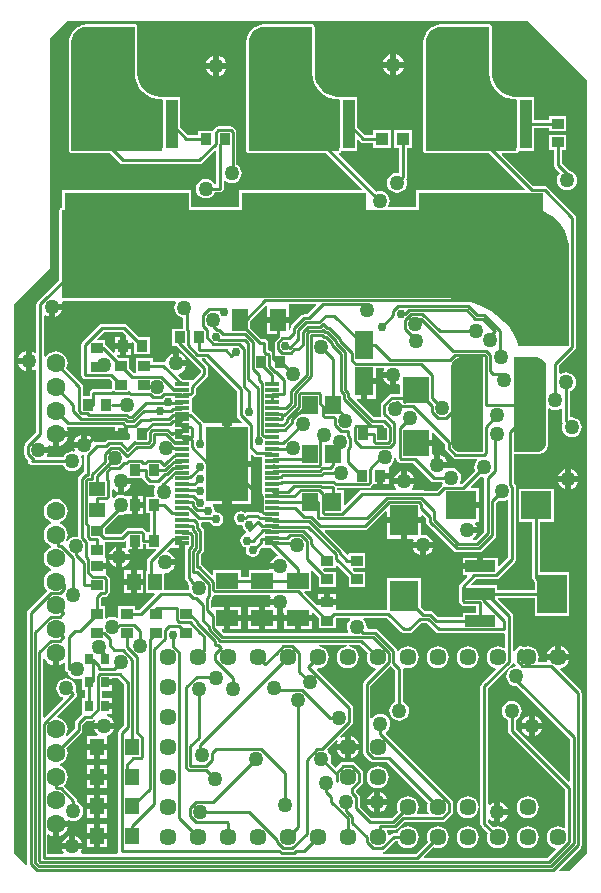
<source format=gtl>
G04 Layer_Physical_Order=1*
G04 Layer_Color=255*
%FSAX44Y44*%
%MOMM*%
G71*
G01*
G75*
%ADD10R,1.2192X1.4224*%
%ADD11R,1.3500X1.5500*%
%ADD12R,3.6100X6.3500*%
%ADD13R,1.2700X0.3048*%
%ADD14R,0.9000X1.0000*%
%ADD15R,1.1500X1.4500*%
%ADD16R,1.3500X1.9000*%
%ADD17R,0.7000X0.9000*%
%ADD18R,2.5000X1.0000*%
%ADD19R,2.5000X3.3000*%
%ADD20R,2.3000X2.3000*%
%ADD21R,2.4000X2.6000*%
%ADD22R,1.0000X0.9000*%
%ADD23R,1.9000X1.3500*%
%ADD24R,1.4500X1.1500*%
%ADD25R,2.6000X2.4000*%
%ADD26R,1.5500X2.4000*%
G04:AMPARAMS|DCode=27|XSize=2.7mm|YSize=8mm|CornerRadius=1.35mm|HoleSize=0mm|Usage=FLASHONLY|Rotation=0.000|XOffset=0mm|YOffset=0mm|HoleType=Round|Shape=RoundedRectangle|*
%AMROUNDEDRECTD27*
21,1,2.7000,5.3000,0,0,0.0*
21,1,0.0000,8.0000,0,0,0.0*
1,1,2.7000,0.0000,-2.6500*
1,1,2.7000,0.0000,-2.6500*
1,1,2.7000,0.0000,2.6500*
1,1,2.7000,0.0000,2.6500*
%
%ADD27ROUNDEDRECTD27*%
%ADD28R,1.0500X4.1500*%
%ADD29R,10.6000X8.8000*%
%ADD30R,1.1000X1.1000*%
%ADD31C,0.2540*%
%ADD32C,1.4478*%
%ADD33C,1.6002*%
%ADD34C,0.7620*%
%ADD35C,1.2700*%
%ADD36C,0.5080*%
G36*
X00704540Y00747460D02*
X00709040D01*
Y00751666D01*
X00711500D01*
Y00748000D01*
X00719814D01*
X00720300Y00746827D01*
X00713308Y00739835D01*
X00712586Y00738753D01*
X00712332Y00737477D01*
Y00729250D01*
X00711250D01*
Y00710750D01*
X00718665D01*
X00719151Y00709577D01*
X00705909Y00696334D01*
X00702000D01*
Y00699500D01*
X00688000D01*
Y00689586D01*
X00687673Y00689425D01*
X00686730Y00689079D01*
X00684830Y00689866D01*
X00682650Y00690153D01*
X00680470Y00689866D01*
X00678439Y00689025D01*
X00678139Y00688794D01*
X00677000Y00689356D01*
Y00699500D01*
X00673334D01*
Y00705619D01*
X00674611Y00706896D01*
X00675940D01*
X00677216Y00707150D01*
X00678298Y00707872D01*
X00679628Y00709202D01*
X00680350Y00710284D01*
X00680604Y00711560D01*
X00680604Y00711560D01*
Y00722440D01*
X00680350Y00723716D01*
X00679628Y00724798D01*
X00678298Y00726128D01*
X00677540Y00726634D01*
Y00730460D01*
X00670000D01*
Y00735540D01*
X00677540D01*
Y00740040D01*
X00677540D01*
X00677000Y00740500D01*
Y00753500D01*
X00678106Y00753896D01*
X00691520D01*
X00692795Y00754150D01*
X00693690Y00754748D01*
X00694960Y00754381D01*
Y00749068D01*
X00693821Y00748506D01*
X00693483Y00748765D01*
X00691540Y00749570D01*
Y00743540D01*
X00697570D01*
X00696765Y00745483D01*
X00696223Y00746190D01*
X00696849Y00747460D01*
X00699460D01*
Y00755000D01*
X00704540D01*
Y00747460D01*
D02*
G37*
G36*
X00997000Y00830000D02*
X00977008D01*
X00975542Y00830193D01*
X00973718Y00830949D01*
X00972151Y00832151D01*
X00970949Y00833718D01*
X00970193Y00835542D01*
X00970000Y00837008D01*
Y00837500D01*
Y00902500D01*
Y00902992D01*
X00970193Y00904458D01*
X00970949Y00906282D01*
X00972151Y00907849D01*
X00973718Y00909051D01*
X00975542Y00909807D01*
X00977008Y00910000D01*
X00977500Y00910000D01*
Y00910000D01*
X00997000D01*
Y00830000D01*
D02*
G37*
G36*
X00693126Y00633159D02*
Y00598605D01*
X00688643Y00594121D01*
X00687920Y00593040D01*
X00687666Y00591764D01*
Y00492080D01*
X00687868Y00491064D01*
X00687184Y00489794D01*
X00656879D01*
X00656318Y00490933D01*
X00656765Y00491517D01*
X00657570Y00493460D01*
X00640430D01*
X00641235Y00491517D01*
X00641682Y00490933D01*
X00641121Y00489794D01*
X00628063D01*
Y00505601D01*
X00629202Y00506162D01*
X00629684Y00505793D01*
X00632248Y00504731D01*
X00632460Y00504703D01*
Y00515000D01*
X00635000D01*
Y00517540D01*
X00645302D01*
X00645771Y00518088D01*
X00646345Y00518474D01*
X00647819Y00517864D01*
X00649999Y00517577D01*
X00652178Y00517864D01*
X00654210Y00518705D01*
X00655954Y00520044D01*
X00657292Y00521788D01*
X00658134Y00523819D01*
X00658421Y00525999D01*
X00658134Y00528179D01*
X00657292Y00530210D01*
X00655954Y00531954D01*
X00654210Y00533293D01*
X00653333Y00533656D01*
Y00534527D01*
X00653079Y00535803D01*
X00652356Y00536884D01*
X00642086Y00547155D01*
X00642133Y00547867D01*
X00643736Y00549957D01*
X00644744Y00552389D01*
X00645087Y00555000D01*
X00644744Y00557611D01*
X00643736Y00560044D01*
X00642133Y00562133D01*
X00640044Y00563736D01*
X00638571Y00564346D01*
Y00565720D01*
X00640044Y00566330D01*
X00642133Y00567933D01*
X00643736Y00570023D01*
X00644744Y00572455D01*
X00645087Y00575066D01*
X00644744Y00577677D01*
X00644035Y00579386D01*
X00656738Y00592089D01*
X00657460Y00593170D01*
X00657714Y00594446D01*
Y00599189D01*
X00660810Y00602286D01*
X00664830D01*
X00666106Y00602540D01*
X00667188Y00603262D01*
X00667376Y00603451D01*
X00668333Y00602612D01*
X00668235Y00602483D01*
X00667430Y00600540D01*
X00684570D01*
X00683765Y00602483D01*
X00682340Y00604340D01*
X00680483Y00605765D01*
X00678321Y00606661D01*
X00678101Y00606690D01*
X00678185Y00607960D01*
X00683040D01*
Y00612460D01*
X00677000D01*
Y00617540D01*
X00683040D01*
Y00622040D01*
X00674564D01*
Y00627960D01*
X00683040D01*
Y00632460D01*
X00677000D01*
Y00637540D01*
X00683040D01*
Y00638436D01*
X00687849D01*
X00693126Y00633159D01*
D02*
G37*
G36*
X00995820Y00808865D02*
X00997023Y00808707D01*
X00997666Y00807810D01*
Y00762381D01*
X00990619Y00755334D01*
X00988396D01*
X00987965Y00756604D01*
X00989340Y00757660D01*
X00990765Y00759517D01*
X00991570Y00761460D01*
X00983000D01*
Y00766540D01*
X00991570D01*
X00990765Y00768483D01*
X00990277Y00769120D01*
X00990903Y00770390D01*
X00993560D01*
Y00782390D01*
X00978020D01*
Y00787470D01*
X00993560D01*
Y00799470D01*
X00986844D01*
X00986358Y00800643D01*
X00994943Y00809228D01*
X00995820Y00808865D01*
D02*
G37*
G36*
X00736448Y00957961D02*
X00737074Y00956691D01*
X00736705Y00956209D01*
X00735863Y00954178D01*
X00735576Y00951998D01*
X00735863Y00949818D01*
X00736705Y00947787D01*
X00738043Y00946043D01*
X00739788Y00944704D01*
X00741819Y00943863D01*
X00743226Y00943678D01*
Y00934000D01*
X00733500D01*
Y00920000D01*
X00737324D01*
X00737428Y00919844D01*
X00757666Y00899606D01*
Y00897024D01*
X00751214Y00890572D01*
X00750123Y00891024D01*
Y00891024D01*
X00742964D01*
X00738859Y00895129D01*
X00739267Y00896332D01*
X00739321Y00896339D01*
X00741483Y00897235D01*
X00743340Y00898660D01*
X00744765Y00900517D01*
X00745570Y00902460D01*
X00737000D01*
Y00905000D01*
X00734460D01*
Y00913570D01*
X00732517Y00912765D01*
X00730660Y00911340D01*
X00729235Y00909483D01*
X00728339Y00907321D01*
X00728296Y00906992D01*
X00726911Y00906207D01*
X00726273Y00906334D01*
X00717000D01*
Y00909500D01*
X00703000D01*
Y00897104D01*
X00700611D01*
X00697000Y00900715D01*
Y00909500D01*
X00688215D01*
X00686428Y00911287D01*
X00686914Y00912460D01*
X00689460D01*
Y00917460D01*
X00684960D01*
Y00914414D01*
X00683787Y00913928D01*
X00677357Y00920358D01*
X00677000Y00920596D01*
Y00924500D01*
X00670164D01*
X00669678Y00925673D01*
X00675671Y00931666D01*
X00691619D01*
X00694572Y00928714D01*
X00694540Y00928637D01*
Y00922540D01*
X00699040D01*
Y00922586D01*
X00700213Y00923072D01*
X00701500Y00921785D01*
Y00913000D01*
X00714500D01*
Y00927000D01*
X00705715D01*
X00695358Y00937357D01*
X00694276Y00938080D01*
X00693000Y00938334D01*
X00674290D01*
X00673014Y00938080D01*
X00671932Y00937358D01*
X00657643Y00923068D01*
X00656920Y00921986D01*
X00656666Y00920710D01*
Y00895000D01*
X00656920Y00893724D01*
X00657643Y00892643D01*
X00658724Y00891920D01*
X00660000Y00891666D01*
X00680619D01*
X00683000Y00889285D01*
Y00883965D01*
X00682274Y00883820D01*
X00681546Y00883334D01*
X00667000D01*
X00665724Y00883080D01*
X00664643Y00882357D01*
X00663920Y00881276D01*
X00663666Y00880000D01*
Y00877000D01*
X00658334D01*
Y00885066D01*
X00658080Y00886342D01*
X00657358Y00887423D01*
X00644035Y00900746D01*
X00644744Y00902455D01*
X00645087Y00905066D01*
X00644744Y00907677D01*
X00643736Y00910110D01*
X00642133Y00912199D01*
X00640044Y00913802D01*
X00637611Y00914810D01*
X00635000Y00915153D01*
X00632389Y00914810D01*
X00629956Y00913802D01*
X00627867Y00912199D01*
X00626604Y00910553D01*
X00625334Y00910984D01*
Y00945309D01*
X00626604Y00945935D01*
X00627517Y00945235D01*
X00629460Y00944430D01*
Y00953000D01*
X00632000D01*
Y00955540D01*
X00640570D01*
X00640094Y00956691D01*
X00640942Y00957961D01*
X00736448Y00957961D01*
D02*
G37*
G36*
X00899248Y00659937D02*
X00898699Y00658612D01*
X00898381Y00656200D01*
X00898699Y00653788D01*
X00899630Y00651541D01*
X00901111Y00649611D01*
X00903041Y00648130D01*
X00905288Y00647199D01*
X00905759Y00647137D01*
X00906167Y00645934D01*
X00895834Y00635601D01*
X00895111Y00634519D01*
X00894857Y00633243D01*
Y00576061D01*
X00895111Y00574785D01*
X00895834Y00573704D01*
X00901404Y00568133D01*
X00902485Y00567411D01*
X00903761Y00567157D01*
X00915828D01*
X00950048Y00532937D01*
X00949499Y00531612D01*
X00949181Y00529200D01*
X00949499Y00526788D01*
X00950430Y00524540D01*
X00950719Y00524164D01*
X00950157Y00523025D01*
X00941443D01*
X00940881Y00524164D01*
X00941170Y00524540D01*
X00942101Y00526788D01*
X00942419Y00529200D01*
X00942101Y00531612D01*
X00941170Y00533859D01*
X00939689Y00535789D01*
X00937759Y00537270D01*
X00935512Y00538201D01*
X00933100Y00538519D01*
X00930688Y00538201D01*
X00928441Y00537270D01*
X00926511Y00535789D01*
X00925030Y00533859D01*
X00924099Y00531612D01*
X00923781Y00529200D01*
X00924099Y00526788D01*
X00924648Y00525463D01*
X00919519Y00520334D01*
X00902381D01*
X00892954Y00529761D01*
Y00537570D01*
X00892700Y00538846D01*
X00891977Y00539928D01*
X00889573Y00542333D01*
Y00543710D01*
X00894166Y00548304D01*
X00894889Y00549385D01*
X00895143Y00550661D01*
Y00558539D01*
X00894889Y00559814D01*
X00894166Y00560896D01*
X00888596Y00566466D01*
X00887515Y00567189D01*
X00886239Y00567443D01*
X00878361D01*
X00877085Y00567189D01*
X00876004Y00566466D01*
X00872126Y00562589D01*
X00867772Y00566943D01*
X00868135Y00567820D01*
X00868422Y00570000D01*
X00868135Y00572180D01*
X00867294Y00574211D01*
X00865955Y00575955D01*
X00865221Y00576519D01*
X00865110Y00578205D01*
X00873213Y00586307D01*
X00874170Y00585468D01*
X00873758Y00584931D01*
X00872773Y00582553D01*
X00872771Y00582540D01*
X00879760D01*
Y00589529D01*
X00879747Y00589527D01*
X00877368Y00588542D01*
X00876832Y00588130D01*
X00875992Y00589087D01*
X00885977Y00599072D01*
X00886700Y00600154D01*
X00886954Y00601429D01*
Y00613571D01*
X00886700Y00614846D01*
X00885978Y00615928D01*
X00856137Y00645769D01*
X00856699Y00646908D01*
X00856900Y00646881D01*
X00859312Y00647199D01*
X00861559Y00648130D01*
X00863489Y00649611D01*
X00864970Y00651541D01*
X00865901Y00653788D01*
X00866219Y00656200D01*
X00865901Y00658612D01*
X00864970Y00660859D01*
X00863489Y00662789D01*
X00861559Y00664270D01*
X00859312Y00665201D01*
X00857831Y00665396D01*
X00857915Y00666666D01*
X00881285D01*
X00881368Y00665396D01*
X00879888Y00665201D01*
X00877641Y00664270D01*
X00875711Y00662789D01*
X00874230Y00660859D01*
X00873299Y00658612D01*
X00872981Y00656200D01*
X00873299Y00653788D01*
X00874230Y00651541D01*
X00875711Y00649611D01*
X00877641Y00648130D01*
X00879888Y00647199D01*
X00882300Y00646881D01*
X00884712Y00647199D01*
X00886959Y00648130D01*
X00888889Y00649611D01*
X00890370Y00651541D01*
X00891301Y00653788D01*
X00891619Y00656200D01*
X00891301Y00658612D01*
X00890370Y00660859D01*
X00888889Y00662789D01*
X00886959Y00664270D01*
X00884712Y00665201D01*
X00883232Y00665396D01*
X00883315Y00666666D01*
X00892519D01*
X00899248Y00659937D01*
D02*
G37*
G36*
X00744313Y00747896D02*
X00744586Y00747563D01*
Y00723607D01*
X00744840Y00722331D01*
X00745563Y00721250D01*
X00747059Y00719753D01*
Y00719604D01*
X00747313Y00718328D01*
X00747947Y00717379D01*
X00747863Y00717178D01*
X00747576Y00714999D01*
X00747670Y00714289D01*
X00746833Y00713334D01*
X00726750D01*
Y00726951D01*
X00727460Y00727573D01*
X00729781Y00727879D01*
X00731943Y00728775D01*
X00733800Y00730200D01*
X00735225Y00732057D01*
X00736030Y00734000D01*
X00727460D01*
Y00739080D01*
X00736030D01*
X00735225Y00741023D01*
X00733800Y00742880D01*
X00731943Y00744305D01*
X00729781Y00745201D01*
X00729723Y00745209D01*
X00729315Y00746411D01*
X00731792Y00748888D01*
X00732883Y00748436D01*
Y00748436D01*
X00739233D01*
Y00752500D01*
X00744313D01*
Y00747896D01*
D02*
G37*
G36*
X01047612Y01034104D02*
X01054815Y01030026D01*
X01059244Y01026243D01*
X01063026Y01021815D01*
X01066069Y01016849D01*
X01068298Y01011469D01*
X01069657Y01005806D01*
X01070000Y01001454D01*
Y01000000D01*
X01070000D01*
X01070000Y00920000D01*
X01026782D01*
X01026414Y00921413D01*
X01025010Y00925565D01*
X01022553Y00930547D01*
X01019467Y00935166D01*
X01016192Y00938865D01*
X01015000Y00940000D01*
X01012373Y00942502D01*
X01003633Y00948984D01*
X00996507Y00952923D01*
X00988984Y00956039D01*
X00981160Y00958293D01*
X00973132Y00959657D01*
X00967034Y00959999D01*
X00965000Y00959999D01*
X00640000Y00960000D01*
Y01034270D01*
Y01034415D01*
X00640171Y01034828D01*
X00640584Y01035000D01*
X01045000D01*
X01047612Y01034104D01*
D02*
G37*
G36*
X00708150Y00807784D02*
X00708873Y00806702D01*
X00712932Y00802643D01*
X00714014Y00801920D01*
X00715290Y00801666D01*
X00718502D01*
X00719045Y00800396D01*
X00718312Y00798627D01*
X00718025Y00796447D01*
X00718312Y00794268D01*
X00718725Y00793270D01*
X00717877Y00792000D01*
X00711500D01*
Y00778000D01*
X00714666D01*
Y00762000D01*
X00711893D01*
X00711850Y00762216D01*
X00711128Y00763298D01*
X00709798Y00764628D01*
X00708716Y00765350D01*
X00707440Y00765604D01*
X00696560D01*
X00695284Y00765350D01*
X00694202Y00764628D01*
X00690139Y00760564D01*
X00677151D01*
X00677000Y00760715D01*
Y00765285D01*
X00688490Y00776775D01*
X00689999Y00776576D01*
X00692178Y00776863D01*
X00693690Y00777489D01*
X00694960Y00777460D01*
X00694960Y00777460D01*
X00694960Y00777460D01*
X00699460D01*
Y00785000D01*
Y00792540D01*
X00694960D01*
X00694960Y00792540D01*
X00693690Y00792507D01*
X00692178Y00793133D01*
X00689999Y00793420D01*
X00687819Y00793133D01*
X00685788Y00792292D01*
X00684043Y00790954D01*
X00684019Y00790922D01*
X00683875Y00790949D01*
X00682854Y00792310D01*
Y00797704D01*
X00684124Y00798300D01*
X00685515Y00797233D01*
X00687459Y00796428D01*
Y00804998D01*
X00689999D01*
Y00807538D01*
X00699300D01*
X00699622Y00808000D01*
X00708107D01*
X00708150Y00807784D01*
D02*
G37*
G36*
X01018286Y00789122D02*
Y00740791D01*
X01010713Y00733218D01*
X01009540Y00733704D01*
Y00740540D01*
X00997040D01*
Y00733000D01*
X00994500D01*
Y00730460D01*
X00979460D01*
Y00725460D01*
X00982875D01*
X00983361Y00724286D01*
X00977372Y00718298D01*
X00976650Y00717216D01*
X00976396Y00715940D01*
Y00704060D01*
X00976650Y00702784D01*
X00977372Y00701702D01*
X00978702Y00700373D01*
X00979784Y00699650D01*
X00981060Y00699396D01*
X00991166D01*
Y00694000D01*
X00980000D01*
Y00690334D01*
X00958578D01*
X00954394Y00694518D01*
X00953313Y00695240D01*
X00952037Y00695494D01*
X00947131D01*
X00943930Y00698695D01*
Y00722980D01*
X00915930D01*
Y00696334D01*
X00872540D01*
Y00700460D01*
X00865000D01*
X00856363D01*
X00856287Y00700428D01*
X00845638Y00711077D01*
X00846124Y00712250D01*
X00851500D01*
Y00728989D01*
X00852770Y00729515D01*
X00858000Y00724285D01*
Y00715500D01*
X00872000D01*
Y00728500D01*
X00863215D01*
X00861388Y00730327D01*
X00861874Y00731500D01*
X00872000D01*
Y00733626D01*
X00873173Y00734112D01*
X00883000Y00724285D01*
Y00715500D01*
X00897000D01*
Y00728500D01*
X00888215D01*
X00886388Y00730327D01*
X00886874Y00731500D01*
X00897000D01*
Y00744500D01*
X00883000D01*
Y00743374D01*
X00881827Y00742888D01*
X00878979Y00745736D01*
X00878890Y00746182D01*
X00878168Y00747264D01*
X00862939Y00762493D01*
X00863425Y00763666D01*
X00896740D01*
X00898016Y00763920D01*
X00899097Y00764642D01*
X00914217Y00779762D01*
X00915390Y00779276D01*
Y00774520D01*
X00929930D01*
X00944470D01*
Y00776156D01*
X00945643Y00776642D01*
X00948586Y00773699D01*
Y00771080D01*
X00948840Y00769804D01*
X00949563Y00768723D01*
X00972182Y00746103D01*
X00973264Y00745380D01*
X00974540Y00745126D01*
X00993466D01*
X00994742Y00745380D01*
X00995824Y00746103D01*
X01006898Y00757176D01*
X01007620Y00758258D01*
X01007874Y00759534D01*
Y00787159D01*
X01009943Y00789228D01*
X01010820Y00788865D01*
X01013000Y00788578D01*
X01015180Y00788865D01*
X01017016Y00789625D01*
X01018286Y00789122D01*
D02*
G37*
G36*
X00964396Y00837079D02*
Y00833362D01*
X00964650Y00832086D01*
X00965372Y00831004D01*
X00971004Y00825372D01*
X00972086Y00824650D01*
X00973362Y00824396D01*
X00991836D01*
X00992267Y00823126D01*
X00992045Y00822955D01*
X00990706Y00821211D01*
X00989865Y00819180D01*
X00989578Y00817000D01*
X00989865Y00814820D01*
X00990228Y00813943D01*
X00978934Y00802649D01*
X00977943Y00802745D01*
X00977802Y00802970D01*
X00977341Y00803906D01*
X00978133Y00805819D01*
X00978420Y00807998D01*
X00978133Y00810178D01*
X00977292Y00812209D01*
X00975953Y00813954D01*
X00974209Y00815292D01*
X00972178Y00816133D01*
X00969998Y00816420D01*
X00967818Y00816133D01*
X00967664Y00816070D01*
X00967284Y00816460D01*
X00958000D01*
Y00819000D01*
X00955460D01*
Y00827570D01*
X00955096Y00827420D01*
X00954040Y00828125D01*
Y00834960D01*
X00940000D01*
Y00840040D01*
X00954040D01*
Y00845776D01*
X00955213Y00846262D01*
X00964396Y00837079D01*
D02*
G37*
G36*
X00923150Y00823784D02*
X00923873Y00822702D01*
X00925202Y00821372D01*
X00926284Y00820650D01*
X00927560Y00820396D01*
X00937889D01*
X00952644Y00805641D01*
X00953726Y00804918D01*
X00955002Y00804664D01*
X00962341D01*
X00962704Y00803787D01*
X00962924Y00803501D01*
X00962444Y00802040D01*
X00961722Y00801557D01*
X00957499Y00797334D01*
X00947193D01*
X00947079Y00797410D01*
X00945803Y00797664D01*
X00936963D01*
X00936551Y00798934D01*
X00937765Y00800517D01*
X00938570Y00802460D01*
X00921430D01*
X00922235Y00800517D01*
X00923449Y00798934D01*
X00923037Y00797664D01*
X00894331D01*
X00893055Y00797410D01*
X00891973Y00796687D01*
X00879923Y00784638D01*
X00878750Y00785124D01*
Y00797460D01*
X00873334D01*
Y00799396D01*
X00899440D01*
X00900716Y00799650D01*
X00901798Y00800373D01*
X00903128Y00801702D01*
X00903634Y00802460D01*
X00907460D01*
Y00810000D01*
X00910000D01*
Y00812540D01*
X00917040D01*
Y00817540D01*
X00917880Y00818462D01*
X00919382Y00819615D01*
X00920720Y00821359D01*
X00921562Y00823390D01*
X00921710Y00824514D01*
X00922996Y00824556D01*
X00923150Y00823784D01*
D02*
G37*
G36*
X00761929Y00908552D02*
X00762182Y00908173D01*
X00788666Y00881689D01*
Y00861010D01*
X00788920Y00859734D01*
X00789642Y00858653D01*
X00792832Y00855463D01*
X00792346Y00854290D01*
X00784000D01*
Y00851750D01*
X00782540D01*
Y00822540D01*
X00800590D01*
Y00827036D01*
X00801763Y00827522D01*
X00802936Y00826349D01*
X00804018Y00825626D01*
X00805294Y00825372D01*
X00809877D01*
Y00813976D01*
Y00803976D01*
Y00793976D01*
Y00781564D01*
X00809337D01*
Y00778760D01*
X00808164Y00778274D01*
X00808080Y00778357D01*
X00806999Y00779080D01*
X00805723Y00779334D01*
X00797726D01*
X00796450Y00779080D01*
X00795650Y00778546D01*
X00794265Y00779471D01*
X00791998Y00779922D01*
X00789732Y00779471D01*
X00787810Y00778187D01*
X00786525Y00776265D01*
X00786075Y00773998D01*
X00786525Y00771731D01*
X00787810Y00769810D01*
X00789732Y00768526D01*
X00791998Y00768075D01*
X00793267Y00767032D01*
X00793525Y00765732D01*
X00794810Y00763810D01*
X00795782Y00763160D01*
X00795918Y00762475D01*
X00796197Y00762058D01*
X00795639Y00760652D01*
X00794732Y00760471D01*
X00792810Y00759187D01*
X00791525Y00757265D01*
X00791075Y00754998D01*
X00791525Y00752731D01*
X00792810Y00750810D01*
X00794732Y00749526D01*
X00796508Y00749172D01*
X00796076Y00747000D01*
X00796527Y00744733D01*
X00797811Y00742811D01*
X00799733Y00741527D01*
X00802000Y00741076D01*
X00804267Y00741527D01*
X00806189Y00742811D01*
X00807473Y00744733D01*
X00807924Y00747000D01*
X00807822Y00747509D01*
X00808794Y00748481D01*
X00809877Y00748976D01*
Y00748976D01*
X00809877Y00748976D01*
X00817036D01*
X00823141Y00742871D01*
X00822733Y00741668D01*
X00822679Y00741661D01*
X00820517Y00740765D01*
X00818660Y00739340D01*
X00817235Y00737483D01*
X00816430Y00735540D01*
X00825000D01*
Y00730460D01*
X00815953D01*
X00815520Y00729750D01*
X00798500D01*
Y00724334D01*
X00791500D01*
Y00729750D01*
X00768500D01*
Y00726068D01*
X00767327Y00725582D01*
X00758393Y00734516D01*
X00758334Y00734555D01*
Y00743250D01*
X00759830Y00744746D01*
X00760553Y00745828D01*
X00760807Y00747104D01*
Y00762897D01*
X00760553Y00764173D01*
X00759830Y00765255D01*
X00758334Y00766751D01*
Y00770006D01*
X00758810Y00770586D01*
X00765625D01*
X00766811Y00768811D01*
X00768733Y00767527D01*
X00771000Y00767076D01*
X00773267Y00767527D01*
X00775189Y00768811D01*
X00776473Y00770733D01*
X00776924Y00773000D01*
X00776473Y00775267D01*
X00775189Y00777189D01*
X00773267Y00778473D01*
X00771000Y00778924D01*
X00770778Y00778880D01*
X00769880Y00779778D01*
X00769924Y00780000D01*
X00769473Y00782267D01*
X00768189Y00784189D01*
X00767813Y00784440D01*
X00768198Y00785710D01*
X00776000D01*
Y00788250D01*
X00777460D01*
Y00820000D01*
Y00851750D01*
X00776000D01*
Y00854290D01*
X00760148D01*
X00760080Y00854633D01*
X00759358Y00855715D01*
X00751421Y00863652D01*
X00750339Y00864374D01*
X00750123Y00864417D01*
Y00875583D01*
X00750339Y00875626D01*
X00751421Y00876349D01*
X00752750Y00877678D01*
X00753473Y00878760D01*
X00753727Y00880036D01*
Y00883655D01*
X00763357Y00893285D01*
X00764080Y00894367D01*
X00764334Y00895643D01*
Y00900987D01*
X00764080Y00902263D01*
X00763357Y00903345D01*
X00758750Y00907953D01*
X00759236Y00909126D01*
X00761355D01*
X00761929Y00908552D01*
D02*
G37*
G36*
X00913283Y00899547D02*
X00913235Y00899483D01*
X00912430Y00897540D01*
X00921000D01*
Y00895000D01*
X00923540D01*
Y00886430D01*
X00925230Y00887130D01*
X00926500Y00886592D01*
Y00878872D01*
X00919348D01*
X00918072Y00878618D01*
X00916990Y00877896D01*
X00911021Y00871926D01*
X00910298Y00870845D01*
X00910044Y00869569D01*
Y00862428D01*
X00910298Y00861152D01*
X00910791Y00860414D01*
X00910295Y00859144D01*
X00904571D01*
X00889678Y00874037D01*
X00890164Y00875210D01*
X00893460D01*
Y00889750D01*
X00896000D01*
Y00892290D01*
X00906290D01*
Y00900686D01*
X00912722D01*
X00913283Y00899547D01*
D02*
G37*
G36*
X01044458Y00909807D02*
X01046282Y00909051D01*
X01047849Y00907849D01*
X01049051Y00906282D01*
X01049807Y00904458D01*
X01050000Y00902992D01*
Y00902500D01*
Y00837500D01*
Y00837008D01*
X01049807Y00835542D01*
X01049051Y00833718D01*
X01047849Y00832151D01*
X01046282Y00830949D01*
X01044458Y00830193D01*
X01042992Y00830000D01*
X01023000D01*
Y00910000D01*
X01042992D01*
X01044458Y00909807D01*
D02*
G37*
G36*
X00645700Y00850966D02*
X00684960D01*
Y00847540D01*
X00692000D01*
Y00842460D01*
X00684960D01*
Y00840494D01*
X00679963D01*
X00678687Y00840240D01*
X00677606Y00839518D01*
X00676422Y00838334D01*
X00669994D01*
X00668884Y00838113D01*
X00668538Y00838173D01*
X00667428Y00838746D01*
X00666667Y00840582D01*
X00665242Y00842439D01*
X00663385Y00843864D01*
X00661442Y00844669D01*
Y00836098D01*
X00658902D01*
Y00833558D01*
X00650331D01*
X00651136Y00831615D01*
X00651301Y00831400D01*
X00650614Y00830210D01*
X00649000Y00830422D01*
X00646820Y00830135D01*
X00644789Y00829294D01*
X00643045Y00827955D01*
X00641706Y00826211D01*
X00641343Y00825334D01*
X00628302D01*
X00627740Y00826473D01*
X00628080Y00826917D01*
X00628885Y00828860D01*
X00620315D01*
Y00833940D01*
X00628885D01*
X00628360Y00835207D01*
X00629403Y00836008D01*
X00629684Y00835792D01*
X00632248Y00834730D01*
X00632460Y00834703D01*
Y00845000D01*
X00635000D01*
Y00847540D01*
X00645298D01*
X00645270Y00847752D01*
X00644365Y00849937D01*
X00644957Y00850866D01*
X00645223Y00851061D01*
X00645700Y00850966D01*
D02*
G37*
G36*
X00852184Y01151252D02*
Y01150131D01*
X00852514Y01146779D01*
X00853819Y01142478D01*
X00855937Y01138514D01*
X00858788Y01135040D01*
X00862263Y01132189D01*
X00866226Y01130070D01*
X00872753Y01128436D01*
X00875000D01*
Y01085000D01*
X00798303D01*
Y01176232D01*
Y01177134D01*
X00798657Y01179826D01*
X00800045Y01183175D01*
X00802252Y01186051D01*
X00805128Y01188258D01*
X00808477Y01189646D01*
X00811169Y01190000D01*
X00852184D01*
Y01151252D01*
D02*
G37*
G36*
X00637540Y00649703D02*
X00637752Y00649731D01*
X00640316Y00650793D01*
X00641776Y00651913D01*
X00643046Y00651287D01*
Y00646380D01*
X00643300Y00645104D01*
X00644023Y00644023D01*
X00645069Y00643323D01*
X00645705Y00641788D01*
X00647043Y00640043D01*
X00648788Y00638705D01*
X00650819Y00637864D01*
X00652999Y00637577D01*
X00655179Y00637864D01*
X00656230Y00638299D01*
X00657500Y00637451D01*
Y00628500D01*
X00659666D01*
Y00621500D01*
X00657500D01*
Y00608500D01*
X00656669Y00607574D01*
X00652022Y00602928D01*
X00651300Y00601846D01*
X00651046Y00600570D01*
Y00595827D01*
X00644971Y00589753D01*
X00643895Y00590472D01*
X00644744Y00592521D01*
X00645087Y00595132D01*
X00644744Y00597743D01*
X00643736Y00600176D01*
X00642133Y00602265D01*
X00640044Y00603868D01*
X00637611Y00604876D01*
X00636668Y00605000D01*
X00636260Y00606202D01*
X00652356Y00622299D01*
X00652356Y00622299D01*
X00653079Y00623380D01*
X00653333Y00624656D01*
X00653079Y00625932D01*
X00652356Y00627014D01*
X00652356Y00627014D01*
X00651963Y00627407D01*
X00652134Y00627819D01*
X00652421Y00629999D01*
X00652134Y00632178D01*
X00651292Y00634210D01*
X00649954Y00635954D01*
X00648210Y00637293D01*
X00646179Y00638134D01*
X00643999Y00638421D01*
X00641819Y00638134D01*
X00639788Y00637293D01*
X00638043Y00635954D01*
X00636705Y00634210D01*
X00635864Y00632178D01*
X00635577Y00629999D01*
X00635864Y00627819D01*
X00636705Y00625788D01*
X00638043Y00624044D01*
X00639788Y00622705D01*
X00641024Y00622193D01*
X00641322Y00620695D01*
X00625696Y00605069D01*
X00624523Y00605555D01*
Y00654430D01*
X00625792Y00654684D01*
X00627482Y00652482D01*
X00629684Y00650793D01*
X00632248Y00649731D01*
X00632460Y00649703D01*
Y00660000D01*
X00637540D01*
Y00649703D01*
D02*
G37*
G36*
X01085000Y01145000D02*
X01085000Y00490000D01*
X01070000Y00475000D01*
X01061387D01*
X01060901Y00476173D01*
X01079437Y00494710D01*
X01080160Y00495792D01*
X01080414Y00497067D01*
Y00625772D01*
X01080160Y00627048D01*
X01079437Y00628130D01*
X01062114Y00645453D01*
X01062523Y00646655D01*
X01062653Y00646673D01*
X01065032Y00647658D01*
X01067074Y00649225D01*
X01068642Y00651268D01*
X01069627Y00653647D01*
X01069629Y00653660D01*
X01060100D01*
X01050571D01*
X01050573Y00653647D01*
X01050837Y00653010D01*
X01050131Y00651954D01*
X01044084D01*
X01043379Y00653010D01*
X01043701Y00653788D01*
X01044019Y00656200D01*
X01043701Y00658612D01*
X01042770Y00660859D01*
X01041289Y00662789D01*
X01039359Y00664270D01*
X01037112Y00665201D01*
X01034700Y00665519D01*
X01032288Y00665201D01*
X01030939Y00664642D01*
X01029959Y00665297D01*
X01028683Y00665551D01*
X01027407Y00665297D01*
X01026326Y00664574D01*
X01023833Y00662082D01*
X01023413Y00661453D01*
X01022143Y00661838D01*
Y00691191D01*
X01021889Y00692467D01*
X01021167Y00693549D01*
X01009319Y00705396D01*
X01009770Y00706666D01*
X01041000D01*
Y00691500D01*
X01070000D01*
Y00728500D01*
X01045354D01*
Y00770930D01*
X01057020D01*
Y00798930D01*
X01027020D01*
Y00770930D01*
X01038686D01*
Y00723480D01*
X01038940Y00722204D01*
X01039662Y00721123D01*
X01041000Y00719785D01*
Y00713334D01*
X01009000D01*
Y00717000D01*
X00987164D01*
X00986678Y00718173D01*
X00990900Y00722396D01*
X01007940D01*
X01009216Y00722650D01*
X01010298Y00723372D01*
X01023978Y00737052D01*
X01024700Y00738134D01*
X01024954Y00739410D01*
Y00800571D01*
X01024700Y00801846D01*
X01023978Y00802928D01*
X01023334Y00803571D01*
Y00827961D01*
X01036136D01*
X01036500Y00827925D01*
X01036864Y00827961D01*
X01042992D01*
X01043123Y00827987D01*
X01043258Y00827978D01*
X01044724Y00828171D01*
X01044977Y00828257D01*
X01045238Y00828309D01*
X01047063Y00829065D01*
X01047285Y00829213D01*
X01047524Y00829331D01*
X01049090Y00830533D01*
X01049266Y00830734D01*
X01049467Y00830910D01*
X01050669Y00832476D01*
X01050787Y00832715D01*
X01050935Y00832937D01*
X01051691Y00834762D01*
X01051743Y00835023D01*
X01051829Y00835276D01*
X01052022Y00836742D01*
X01052013Y00836877D01*
X01052039Y00837008D01*
Y00843136D01*
X01052075Y00843500D01*
Y00866582D01*
X01053214Y00867144D01*
X01053787Y00866704D01*
X01055818Y00865863D01*
X01057998Y00865576D01*
X01060178Y00865863D01*
X01062209Y00866704D01*
X01062527Y00866949D01*
X01063666Y00866387D01*
Y00856000D01*
X01063920Y00854724D01*
X01064281Y00854184D01*
X01063865Y00853180D01*
X01063578Y00851000D01*
X01063865Y00848820D01*
X01064706Y00846789D01*
X01066045Y00845045D01*
X01067789Y00843706D01*
X01069820Y00842865D01*
X01072000Y00842578D01*
X01074180Y00842865D01*
X01076211Y00843706D01*
X01077955Y00845045D01*
X01079294Y00846789D01*
X01080135Y00848820D01*
X01080422Y00851000D01*
X01080135Y00853180D01*
X01079294Y00855211D01*
X01077955Y00856955D01*
X01076211Y00858294D01*
X01074180Y00859135D01*
X01072000Y00859422D01*
X01071289Y00859328D01*
X01070334Y00860166D01*
Y00881343D01*
X01071211Y00881706D01*
X01072955Y00883045D01*
X01074294Y00884789D01*
X01075135Y00886820D01*
X01075422Y00889000D01*
X01075135Y00891180D01*
X01074294Y00893211D01*
X01072955Y00894955D01*
X01071211Y00896294D01*
X01069180Y00897135D01*
X01067000Y00897422D01*
X01064820Y00897135D01*
X01062789Y00896294D01*
X01062471Y00896050D01*
X01061332Y00896611D01*
Y00903407D01*
X01074628Y00916702D01*
X01075350Y00917784D01*
X01075604Y00919060D01*
Y01028440D01*
X01075350Y01029716D01*
X01074628Y01030798D01*
X01051298Y01054128D01*
X01050216Y01054850D01*
X01048940Y01055104D01*
X01039411D01*
X01012728Y01081787D01*
X01013214Y01082961D01*
X01025000D01*
X01025780Y01083116D01*
X01026442Y01083558D01*
X01026884Y01084220D01*
X01026989Y01084750D01*
X01040350D01*
Y01104666D01*
X01053000D01*
Y01101500D01*
X01067000D01*
Y01114500D01*
X01053000D01*
Y01111334D01*
X01040350D01*
Y01130250D01*
X01025885D01*
X01025780Y01130320D01*
X01025000Y01130475D01*
X01023004D01*
X01016966Y01131987D01*
X01013401Y01133893D01*
X01010237Y01136489D01*
X01007641Y01139653D01*
X01005712Y01143262D01*
X01004524Y01147179D01*
X01004223Y01150231D01*
Y01190000D01*
X01004068Y01190780D01*
X01003626Y01191442D01*
X01002964Y01191884D01*
X01002184Y01192039D01*
X00961169D01*
X00961037Y01192013D01*
X00960902Y01192022D01*
X00958211Y01191667D01*
X00957958Y01191582D01*
X00957697Y01191530D01*
X00954347Y01190142D01*
X00954125Y01189994D01*
X00953886Y01189876D01*
X00951010Y01187669D01*
X00950834Y01187469D01*
X00950634Y01187293D01*
X00948427Y01184417D01*
X00948309Y01184177D01*
X00948161Y01183956D01*
X00946773Y01180606D01*
X00946721Y01180345D01*
X00946636Y01180092D01*
X00946281Y01177400D01*
X00946290Y01177266D01*
X00946264Y01177134D01*
Y01176232D01*
Y01085000D01*
X00946419Y01084220D01*
X00946861Y01083558D01*
X00947523Y01083116D01*
X00948303Y01082961D01*
X01002124D01*
X01032412Y01052673D01*
X01031926Y01051500D01*
X00940000D01*
Y01037039D01*
X00917246D01*
X00917082Y01037373D01*
X00916742Y01038309D01*
X00917534Y01040219D01*
X00917821Y01042398D01*
X00917534Y01044578D01*
X00916692Y01046609D01*
X00915354Y01048354D01*
X00913609Y01049692D01*
X00911578Y01050534D01*
X00909398Y01050820D01*
X00907219Y01050534D01*
X00906342Y01050170D01*
X00874685Y01081827D01*
X00875290Y01083018D01*
X00875780Y01083116D01*
X00876442Y01083558D01*
X00876884Y01084220D01*
X00876990Y01084750D01*
X00890350D01*
Y01093876D01*
X00891523Y01094362D01*
X00893242Y01092643D01*
X00894324Y01091920D01*
X00895600Y01091666D01*
X00903500D01*
Y01087500D01*
X00918500D01*
Y01102500D01*
X00903500D01*
Y01098334D01*
X00896981D01*
X00890350Y01104965D01*
Y01130250D01*
X00875885D01*
X00875780Y01130320D01*
X00875000Y01130475D01*
X00873004D01*
X00866966Y01131987D01*
X00863401Y01133893D01*
X00860237Y01136489D01*
X00857641Y01139653D01*
X00855712Y01143262D01*
X00854524Y01147179D01*
X00854223Y01150231D01*
Y01190000D01*
X00854068Y01190780D01*
X00853626Y01191442D01*
X00852964Y01191884D01*
X00852184Y01192039D01*
X00811169D01*
X00811037Y01192013D01*
X00810902Y01192022D01*
X00808211Y01191667D01*
X00807958Y01191582D01*
X00807697Y01191530D01*
X00804347Y01190142D01*
X00804125Y01189994D01*
X00803886Y01189876D01*
X00801010Y01187669D01*
X00800834Y01187469D01*
X00800634Y01187293D01*
X00798427Y01184417D01*
X00798309Y01184177D01*
X00798161Y01183956D01*
X00796773Y01180606D01*
X00796721Y01180345D01*
X00796636Y01180092D01*
X00796281Y01177400D01*
X00796290Y01177266D01*
X00796264Y01177134D01*
Y01176232D01*
Y01085000D01*
X00796419Y01084220D01*
X00796861Y01083558D01*
X00797523Y01083116D01*
X00798303Y01082961D01*
X00864121D01*
X00894409Y01052673D01*
X00893923Y01051500D01*
X00790000D01*
Y01037039D01*
X00750000D01*
Y01051500D01*
X00640000D01*
Y01036923D01*
X00639804Y01036883D01*
X00639391Y01036712D01*
X00638729Y01036270D01*
X00638729Y01036270D01*
X00638287Y01035609D01*
X00638116Y01035195D01*
X00637961Y01034415D01*
Y00975866D01*
X00619642Y00957548D01*
X00618920Y00956466D01*
X00618666Y00955191D01*
Y00914691D01*
X00617396Y00914065D01*
X00616483Y00914765D01*
X00614540Y00915570D01*
Y00907000D01*
Y00898430D01*
X00616483Y00899235D01*
X00617396Y00899935D01*
X00618666Y00899308D01*
Y00846657D01*
X00609338Y00837328D01*
X00608615Y00836246D01*
X00608361Y00834971D01*
Y00827830D01*
X00608615Y00826554D01*
X00609338Y00825472D01*
X00611856Y00822954D01*
X00611666Y00822000D01*
X00611920Y00820724D01*
X00612643Y00819642D01*
X00613724Y00818920D01*
X00615000Y00818666D01*
X00641343D01*
X00641706Y00817789D01*
X00643045Y00816045D01*
X00644789Y00814706D01*
X00646820Y00813865D01*
X00649000Y00813578D01*
X00651180Y00813865D01*
X00653211Y00814706D01*
X00654955Y00816045D01*
X00656294Y00817789D01*
X00657135Y00819820D01*
X00657422Y00822000D01*
X00657135Y00824180D01*
X00656294Y00826211D01*
X00656253Y00826264D01*
X00656267Y00826314D01*
X00656995Y00827383D01*
X00658902Y00827132D01*
X00659138Y00826924D01*
Y00813654D01*
X00659068Y00813640D01*
X00657986Y00812918D01*
X00654583Y00809514D01*
X00653860Y00808432D01*
X00653606Y00807157D01*
Y00759172D01*
X00652651Y00758335D01*
X00651999Y00758421D01*
X00649819Y00758134D01*
X00647788Y00757292D01*
X00646043Y00755954D01*
X00644914Y00754482D01*
X00643805Y00755122D01*
X00644744Y00757389D01*
X00645087Y00760000D01*
X00644744Y00762611D01*
X00643736Y00765044D01*
X00642133Y00767133D01*
X00640044Y00768736D01*
X00638651Y00769313D01*
Y00770687D01*
X00640044Y00771264D01*
X00642133Y00772867D01*
X00643736Y00774956D01*
X00644744Y00777389D01*
X00645087Y00780000D01*
X00644744Y00782611D01*
X00643736Y00785044D01*
X00642133Y00787133D01*
X00640044Y00788736D01*
X00637611Y00789744D01*
X00635000Y00790087D01*
X00632389Y00789744D01*
X00629956Y00788736D01*
X00627867Y00787133D01*
X00626264Y00785044D01*
X00625256Y00782611D01*
X00624913Y00780000D01*
X00625256Y00777389D01*
X00626264Y00774956D01*
X00627867Y00772867D01*
X00629956Y00771264D01*
X00631349Y00770687D01*
Y00769313D01*
X00629956Y00768736D01*
X00627867Y00767133D01*
X00626264Y00765044D01*
X00625256Y00762611D01*
X00624913Y00760000D01*
X00625256Y00757389D01*
X00626264Y00754956D01*
X00627867Y00752867D01*
X00629956Y00751264D01*
X00631189Y00750753D01*
Y00749379D01*
X00629956Y00748868D01*
X00627867Y00747265D01*
X00626264Y00745176D01*
X00625256Y00742743D01*
X00624913Y00740132D01*
X00625256Y00737521D01*
X00626264Y00735089D01*
X00627867Y00732999D01*
X00629956Y00731396D01*
X00631429Y00730786D01*
Y00729412D01*
X00629956Y00728802D01*
X00627867Y00727199D01*
X00626264Y00725110D01*
X00625256Y00722677D01*
X00624913Y00720066D01*
X00625256Y00717455D01*
X00626264Y00715023D01*
X00627867Y00712933D01*
X00627918Y00712159D01*
X00611752Y00695992D01*
X00611029Y00694910D01*
X00610775Y00693634D01*
Y00481021D01*
X00610441Y00480755D01*
X00609569Y00480431D01*
X00600000Y00490000D01*
Y00955000D01*
X00630000Y00985000D01*
Y01180000D01*
X00645000Y01195000D01*
X01035000D01*
X01085000Y01145000D01*
D02*
G37*
G36*
X01002184Y01151252D02*
Y01150131D01*
X01002514Y01146779D01*
X01003819Y01142478D01*
X01005937Y01138514D01*
X01008788Y01135040D01*
X01012263Y01132189D01*
X01016226Y01130070D01*
X01022753Y01128436D01*
X01025000D01*
Y01085000D01*
X00948303D01*
Y01176232D01*
Y01177134D01*
X00948657Y01179826D01*
X00950045Y01183175D01*
X00952252Y01186051D01*
X00955128Y01188258D01*
X00958477Y01189646D01*
X00961169Y01190000D01*
X01002184D01*
Y01151252D01*
D02*
G37*
G36*
X00855799Y00954113D02*
X00848181Y00946494D01*
X00845295D01*
X00844019Y00946240D01*
X00842937Y00945518D01*
X00834642Y00937223D01*
X00833920Y00936141D01*
X00833666Y00934865D01*
Y00933067D01*
X00833560Y00932997D01*
X00832290Y00933675D01*
Y00939460D01*
X00823000D01*
X00813710D01*
Y00929960D01*
X00824118D01*
X00824503Y00928690D01*
X00824122Y00928436D01*
X00820561Y00924874D01*
X00819838Y00923792D01*
X00819584Y00922517D01*
Y00917480D01*
X00819838Y00916204D01*
X00820561Y00915122D01*
X00820970Y00914713D01*
X00820484Y00913540D01*
X00818656D01*
X00818196Y00914229D01*
X00816798Y00915628D01*
X00815716Y00916350D01*
X00815064Y00916480D01*
Y00922270D01*
X00814810Y00923546D01*
X00814088Y00924628D01*
X00813006Y00925350D01*
X00811730Y00925604D01*
X00809111D01*
X00799750Y00934965D01*
Y00941035D01*
X00812440Y00953725D01*
X00813710Y00953199D01*
Y00944540D01*
X00823000D01*
X00832290D01*
Y00954040D01*
X00832290D01*
X00832348Y00955286D01*
X00855313D01*
X00855799Y00954113D01*
D02*
G37*
G36*
X00769560Y00708646D02*
X00790440D01*
X00790541Y00708666D01*
X00799459D01*
X00799560Y00708646D01*
X00816691D01*
X00816860Y00708304D01*
X00817190Y00707376D01*
X00816430Y00705540D01*
X00825000D01*
Y00703000D01*
X00827540D01*
Y00693652D01*
X00827960Y00693353D01*
Y00691540D01*
X00840000D01*
X00852040D01*
Y00693586D01*
X00853213Y00694072D01*
X00858000Y00689285D01*
Y00680500D01*
X00872000D01*
Y00689285D01*
X00872381Y00689666D01*
X00883979D01*
X00884410Y00688396D01*
X00884045Y00688115D01*
X00882706Y00686371D01*
X00881865Y00684340D01*
X00881578Y00682160D01*
X00881865Y00679980D01*
X00882626Y00678144D01*
X00882122Y00676874D01*
X00777381D01*
X00775718Y00678537D01*
X00776204Y00679710D01*
X00777460D01*
Y00689000D01*
Y00698290D01*
X00767960D01*
Y00698290D01*
X00766690Y00698076D01*
X00766334Y00698332D01*
Y00704999D01*
X00766976Y00705641D01*
X00767699Y00706723D01*
X00767909Y00707778D01*
X00767989Y00708019D01*
X00769223Y00708713D01*
X00769560Y00708646D01*
D02*
G37*
G36*
X00927612Y00677372D02*
X00928694Y00676650D01*
X00929970Y00676396D01*
X00934539D01*
X00935815Y00676650D01*
X00936897Y00677372D01*
X00944810Y00685286D01*
X00949190D01*
X00957103Y00677372D01*
X00958185Y00676650D01*
X00959461Y00676396D01*
X01014730D01*
X01015475Y00675784D01*
Y00664543D01*
X01014336Y00663981D01*
X01013959Y00664270D01*
X01011712Y00665201D01*
X01009300Y00665519D01*
X01006888Y00665201D01*
X01004641Y00664270D01*
X01002711Y00662789D01*
X01001230Y00660859D01*
X01000299Y00658612D01*
X00999981Y00656200D01*
X01000299Y00653788D01*
X01001230Y00651541D01*
X01002711Y00649611D01*
X01004641Y00648130D01*
X01006888Y00647199D01*
X01007359Y00647137D01*
X01007767Y00645934D01*
X00995642Y00633810D01*
X00994920Y00632728D01*
X00994666Y00631452D01*
Y00515100D01*
X00994920Y00513824D01*
X00995642Y00512742D01*
X01000848Y00507537D01*
X01000299Y00506212D01*
X00999981Y00503800D01*
X01000299Y00501388D01*
X01001230Y00499141D01*
X01002711Y00497211D01*
X01004641Y00495730D01*
X01006888Y00494799D01*
X01009300Y00494481D01*
X01011712Y00494799D01*
X01013959Y00495730D01*
X01015889Y00497211D01*
X01017370Y00499141D01*
X01018301Y00501388D01*
X01018619Y00503800D01*
X01018301Y00506212D01*
X01017370Y00508459D01*
X01015889Y00510389D01*
X01013959Y00511870D01*
X01011712Y00512801D01*
X01009300Y00513119D01*
X01006888Y00512801D01*
X01005563Y00512252D01*
X01001334Y00516481D01*
Y00518411D01*
X01002537Y00518820D01*
X01002660Y00518660D01*
X01004517Y00517235D01*
X01006460Y00516430D01*
Y00525000D01*
Y00533570D01*
X01004517Y00532765D01*
X01002660Y00531340D01*
X01002537Y00531180D01*
X01001334Y00531589D01*
Y00630071D01*
X01021167Y00649904D01*
X01021889Y00650985D01*
X01021909Y00651086D01*
X01022501Y00651240D01*
X01023231Y00651220D01*
X01023833Y00650318D01*
X01024512Y00649639D01*
X01024057Y00648298D01*
X01022820Y00648135D01*
X01020789Y00647294D01*
X01019045Y00645955D01*
X01017706Y00644211D01*
X01016865Y00642180D01*
X01016578Y00640000D01*
X01016865Y00637820D01*
X01017706Y00635789D01*
X01019045Y00634045D01*
X01020789Y00632706D01*
X01022820Y00631865D01*
X01025000Y00631578D01*
X01025793Y00631682D01*
X01070206Y00587270D01*
Y00551169D01*
X01069033Y00550682D01*
X01024334Y00595381D01*
Y00603343D01*
X01025211Y00603706D01*
X01026955Y00605045D01*
X01028294Y00606789D01*
X01029135Y00608820D01*
X01029422Y00611000D01*
X01029135Y00613180D01*
X01028294Y00615211D01*
X01026955Y00616955D01*
X01025211Y00618294D01*
X01023180Y00619135D01*
X01021000Y00619422D01*
X01018820Y00619135D01*
X01016789Y00618294D01*
X01015045Y00616955D01*
X01013706Y00615211D01*
X01012865Y00613180D01*
X01012578Y00611000D01*
X01012865Y00608820D01*
X01013706Y00606789D01*
X01015045Y00605045D01*
X01016789Y00603706D01*
X01017666Y00603343D01*
Y00594000D01*
X01017920Y00592724D01*
X01018643Y00591642D01*
X01066275Y00544010D01*
Y00512143D01*
X01065136Y00511581D01*
X01064759Y00511870D01*
X01062512Y00512801D01*
X01060100Y00513119D01*
X01057688Y00512801D01*
X01055441Y00511870D01*
X01053511Y00510389D01*
X01052030Y00508459D01*
X01051099Y00506212D01*
X01050781Y00503800D01*
X01051099Y00501388D01*
X01052030Y00499141D01*
X01053511Y00497211D01*
X01055441Y00495730D01*
X01057688Y00494799D01*
X01058159Y00494737D01*
X01058567Y00493534D01*
X01051287Y00486254D01*
X00947329D01*
X00946843Y00487427D01*
X00954763Y00495348D01*
X00956088Y00494799D01*
X00958500Y00494481D01*
X00960912Y00494799D01*
X00963159Y00495730D01*
X00965089Y00497211D01*
X00966570Y00499141D01*
X00967501Y00501388D01*
X00967819Y00503800D01*
X00967501Y00506212D01*
X00966570Y00508459D01*
X00965089Y00510389D01*
X00963159Y00511870D01*
X00960912Y00512801D01*
X00958500Y00513119D01*
X00956088Y00512801D01*
X00953841Y00511870D01*
X00951911Y00510389D01*
X00950430Y00508459D01*
X00949499Y00506212D01*
X00949181Y00503800D01*
X00949499Y00501388D01*
X00950048Y00500063D01*
X00939779Y00489794D01*
X00912303D01*
X00912178Y00491064D01*
X00912915Y00491211D01*
X00913996Y00491933D01*
X00922529Y00500466D01*
X00924481D01*
X00925030Y00499141D01*
X00926511Y00497211D01*
X00928441Y00495730D01*
X00930688Y00494799D01*
X00933100Y00494481D01*
X00935512Y00494799D01*
X00937759Y00495730D01*
X00939689Y00497211D01*
X00941170Y00499141D01*
X00942101Y00501388D01*
X00942419Y00503800D01*
X00942101Y00506212D01*
X00941170Y00508459D01*
X00939689Y00510389D01*
X00937759Y00511870D01*
X00935512Y00512801D01*
X00933100Y00513119D01*
X00930688Y00512801D01*
X00928441Y00511870D01*
X00926511Y00510389D01*
X00925030Y00508459D01*
X00924481Y00507134D01*
X00921148D01*
X00919872Y00506880D01*
X00918790Y00506157D01*
X00917966Y00505333D01*
X00916763Y00505741D01*
X00916701Y00506212D01*
X00915770Y00508459D01*
X00915365Y00508987D01*
X00915927Y00510126D01*
X00922366D01*
X00923642Y00510380D01*
X00924724Y00511102D01*
X00929978Y00516357D01*
X00962439D01*
X00963715Y00516611D01*
X00964796Y00517333D01*
X00970367Y00522904D01*
X00971089Y00523985D01*
X00971343Y00525261D01*
Y00533139D01*
X00971089Y00534414D01*
X00970367Y00535496D01*
X00914338Y00591525D01*
X00914630Y00593028D01*
X00915954Y00594044D01*
X00917292Y00595788D01*
X00918133Y00597819D01*
X00918420Y00599999D01*
X00918133Y00602179D01*
X00917292Y00604210D01*
X00915954Y00605954D01*
X00914209Y00607293D01*
X00912178Y00608134D01*
X00909998Y00608421D01*
X00907818Y00608134D01*
X00905787Y00607293D01*
X00904043Y00605954D01*
X00902795Y00604328D01*
X00902398Y00604332D01*
X00901525Y00604681D01*
Y00631862D01*
X00918554Y00648891D01*
X00922666Y00644779D01*
Y00618657D01*
X00921789Y00618294D01*
X00920045Y00616955D01*
X00918706Y00615211D01*
X00917865Y00613180D01*
X00917578Y00611000D01*
X00917865Y00608820D01*
X00918706Y00606789D01*
X00920045Y00605045D01*
X00921789Y00603706D01*
X00923820Y00602865D01*
X00926000Y00602578D01*
X00928180Y00602865D01*
X00930211Y00603706D01*
X00931955Y00605045D01*
X00933294Y00606789D01*
X00934135Y00608820D01*
X00934422Y00611000D01*
X00934135Y00613180D01*
X00933294Y00615211D01*
X00931955Y00616955D01*
X00930211Y00618294D01*
X00929334Y00618657D01*
Y00646160D01*
X00929285Y00646405D01*
X00930398Y00647319D01*
X00930688Y00647199D01*
X00933100Y00646881D01*
X00935512Y00647199D01*
X00937759Y00648130D01*
X00939689Y00649611D01*
X00941170Y00651541D01*
X00942101Y00653788D01*
X00942419Y00656200D01*
X00942101Y00658612D01*
X00941170Y00660859D01*
X00939689Y00662789D01*
X00937759Y00664270D01*
X00935512Y00665201D01*
X00933100Y00665519D01*
X00930688Y00665201D01*
X00928441Y00664270D01*
X00926511Y00662789D01*
X00925353Y00661281D01*
X00924305Y00661548D01*
X00924066Y00661690D01*
X00923829Y00662881D01*
X00923107Y00663962D01*
X00907631Y00679437D01*
X00906550Y00680160D01*
X00905274Y00680414D01*
X00899155D01*
X00898318Y00681369D01*
X00898422Y00682160D01*
X00898135Y00684340D01*
X00897294Y00686371D01*
X00895955Y00688115D01*
X00895590Y00688396D01*
X00896021Y00689666D01*
X00915319D01*
X00927612Y00677372D01*
D02*
G37*
%LPC*%
G36*
X00807460Y00686460D02*
X00797960D01*
Y00679710D01*
X00807460D01*
Y00686460D01*
D02*
G37*
G36*
X00792040D02*
X00782540D01*
Y00679710D01*
X00792040D01*
Y00686460D01*
D02*
G37*
G36*
X00884840Y00589529D02*
Y00582540D01*
X00891829D01*
X00891827Y00582553D01*
X00890842Y00584931D01*
X00889274Y00586974D01*
X00887232Y00588542D01*
X00884853Y00589527D01*
X00884840Y00589529D01*
D02*
G37*
G36*
X00852040Y00686460D02*
X00842540D01*
Y00679710D01*
X00852040D01*
Y00686460D01*
D02*
G37*
G36*
X00891829Y00577460D02*
X00884840D01*
Y00570471D01*
X00884853Y00570473D01*
X00887232Y00571458D01*
X00889274Y00573025D01*
X00890842Y00575068D01*
X00891827Y00577447D01*
X00891829Y00577460D01*
D02*
G37*
G36*
X00837460Y00686460D02*
X00827960D01*
Y00679710D01*
X00837460D01*
Y00686460D01*
D02*
G37*
G36*
X00822040D02*
X00812540D01*
Y00679710D01*
X00822040D01*
Y00686460D01*
D02*
G37*
G36*
X00684570Y00595460D02*
X00667430D01*
X00668235Y00593517D01*
X00669660Y00591660D01*
X00670621Y00590922D01*
X00670190Y00589652D01*
X00661124D01*
Y00582540D01*
X00669760D01*
Y00580000D01*
D01*
Y00582540D01*
X00678396D01*
Y00589370D01*
X00680483Y00590235D01*
X00682340Y00591660D01*
X00683765Y00593517D01*
X00684570Y00595460D01*
D02*
G37*
G36*
X00983900Y00665519D02*
X00981488Y00665201D01*
X00979241Y00664270D01*
X00977311Y00662789D01*
X00975830Y00660859D01*
X00974899Y00658612D01*
X00974581Y00656200D01*
X00974899Y00653788D01*
X00975830Y00651541D01*
X00977311Y00649611D01*
X00979241Y00648130D01*
X00981488Y00647199D01*
X00983900Y00646881D01*
X00986312Y00647199D01*
X00988559Y00648130D01*
X00990489Y00649611D01*
X00991970Y00651541D01*
X00992901Y00653788D01*
X00993219Y00656200D01*
X00992901Y00658612D01*
X00991970Y00660859D01*
X00990489Y00662789D01*
X00988559Y00664270D01*
X00986312Y00665201D01*
X00983900Y00665519D01*
D02*
G37*
G36*
X01035460Y00606570D02*
X01033517Y00605765D01*
X01031660Y00604340D01*
X01030235Y00602483D01*
X01029430Y00600540D01*
X01035460D01*
Y00606570D01*
D02*
G37*
G36*
X00958500Y00665519D02*
X00956088Y00665201D01*
X00953841Y00664270D01*
X00951911Y00662789D01*
X00950430Y00660859D01*
X00949499Y00658612D01*
X00949181Y00656200D01*
X00949499Y00653788D01*
X00950430Y00651541D01*
X00951911Y00649611D01*
X00953841Y00648130D01*
X00956088Y00647199D01*
X00958500Y00646881D01*
X00960912Y00647199D01*
X00963159Y00648130D01*
X00965089Y00649611D01*
X00966570Y00651541D01*
X00967501Y00653788D01*
X00967819Y00656200D01*
X00967501Y00658612D01*
X00966570Y00660859D01*
X00965089Y00662789D01*
X00963159Y00664270D01*
X00960912Y00665201D01*
X00958500Y00665519D01*
D02*
G37*
G36*
X01040540Y00606570D02*
Y00600540D01*
X01046570D01*
X01045765Y00602483D01*
X01044340Y00604340D01*
X01042483Y00605765D01*
X01040540Y00606570D01*
D02*
G37*
G36*
X01062640Y00665729D02*
Y00658740D01*
X01069629D01*
X01069627Y00658753D01*
X01068642Y00661132D01*
X01067074Y00663174D01*
X01065032Y00664742D01*
X01062653Y00665727D01*
X01062640Y00665729D01*
D02*
G37*
G36*
X01035460Y00595460D02*
X01029430D01*
X01030235Y00593517D01*
X01031660Y00591660D01*
X01033517Y00590235D01*
X01035460Y00589430D01*
Y00595460D01*
D02*
G37*
G36*
X01057560Y00665729D02*
X01057547Y00665727D01*
X01055168Y00664742D01*
X01053126Y00663174D01*
X01051558Y00661132D01*
X01050573Y00658753D01*
X01050571Y00658740D01*
X01057560D01*
Y00665729D01*
D02*
G37*
G36*
X01046570Y00595460D02*
X01040540D01*
Y00589430D01*
X01042483Y00590235D01*
X01044340Y00591660D01*
X01045765Y00593517D01*
X01046570Y00595460D01*
D02*
G37*
G36*
X00879760Y00577460D02*
X00872771D01*
X00872773Y00577447D01*
X00873758Y00575068D01*
X00875325Y00573025D01*
X00877368Y00571458D01*
X00879747Y00570473D01*
X00879760Y00570471D01*
Y00577460D01*
D02*
G37*
G36*
X01017570Y00522460D02*
X01011540D01*
Y00516430D01*
X01013483Y00517235D01*
X01015340Y00518660D01*
X01016765Y00520517D01*
X01017570Y00522460D01*
D02*
G37*
G36*
X00678396Y00514652D02*
X00672300D01*
Y00507540D01*
X00678396D01*
Y00514652D01*
D02*
G37*
G36*
X00667220D02*
X00661124D01*
Y00507540D01*
X00667220D01*
Y00514652D01*
D02*
G37*
G36*
X00983900Y00538519D02*
X00981488Y00538201D01*
X00979241Y00537270D01*
X00977311Y00535789D01*
X00975830Y00533859D01*
X00974899Y00531612D01*
X00974581Y00529200D01*
X00974899Y00526788D01*
X00975830Y00524540D01*
X00977311Y00522611D01*
X00979241Y00521130D01*
X00981488Y00520199D01*
X00983900Y00519881D01*
X00986312Y00520199D01*
X00988559Y00521130D01*
X00990489Y00522611D01*
X00991970Y00524540D01*
X00992901Y00526788D01*
X00993219Y00529200D01*
X00992901Y00531612D01*
X00991970Y00533859D01*
X00990489Y00535789D01*
X00988559Y00537270D01*
X00986312Y00538201D01*
X00983900Y00538519D01*
D02*
G37*
G36*
X00678396Y00527460D02*
X00672300D01*
Y00520348D01*
X00678396D01*
Y00527460D01*
D02*
G37*
G36*
X00667220D02*
X00661124D01*
Y00520348D01*
X00667220D01*
Y00527460D01*
D02*
G37*
G36*
X01034700Y00538519D02*
X01032288Y00538201D01*
X01030041Y00537270D01*
X01028111Y00535789D01*
X01026630Y00533859D01*
X01025699Y00531612D01*
X01025381Y00529200D01*
X01025699Y00526788D01*
X01026630Y00524540D01*
X01028111Y00522611D01*
X01030041Y00521130D01*
X01032288Y00520199D01*
X01034700Y00519881D01*
X01037112Y00520199D01*
X01039359Y00521130D01*
X01041289Y00522611D01*
X01042770Y00524540D01*
X01043701Y00526788D01*
X01044019Y00529200D01*
X01043701Y00531612D01*
X01042770Y00533859D01*
X01041289Y00535789D01*
X01039359Y00537270D01*
X01037112Y00538201D01*
X01034700Y00538519D01*
D02*
G37*
G36*
X00667220Y00502460D02*
X00661124D01*
Y00495348D01*
X00667220D01*
Y00502460D01*
D02*
G37*
G36*
X01034700Y00513119D02*
X01032288Y00512801D01*
X01030041Y00511870D01*
X01028111Y00510389D01*
X01026630Y00508459D01*
X01025699Y00506212D01*
X01025381Y00503800D01*
X01025699Y00501388D01*
X01026630Y00499141D01*
X01028111Y00497211D01*
X01030041Y00495730D01*
X01032288Y00494799D01*
X01034700Y00494481D01*
X01037112Y00494799D01*
X01039359Y00495730D01*
X01041289Y00497211D01*
X01042770Y00499141D01*
X01043701Y00501388D01*
X01044019Y00503800D01*
X01043701Y00506212D01*
X01042770Y00508459D01*
X01041289Y00510389D01*
X01039359Y00511870D01*
X01037112Y00512801D01*
X01034700Y00513119D01*
D02*
G37*
G36*
X00983900D02*
X00981488Y00512801D01*
X00979241Y00511870D01*
X00977311Y00510389D01*
X00975830Y00508459D01*
X00974899Y00506212D01*
X00974581Y00503800D01*
X00974899Y00501388D01*
X00975830Y00499141D01*
X00977311Y00497211D01*
X00979241Y00495730D01*
X00981488Y00494799D01*
X00983900Y00494481D01*
X00986312Y00494799D01*
X00988559Y00495730D01*
X00990489Y00497211D01*
X00991970Y00499141D01*
X00992901Y00501388D01*
X00993219Y00503800D01*
X00992901Y00506212D01*
X00991970Y00508459D01*
X00990489Y00510389D01*
X00988559Y00511870D01*
X00986312Y00512801D01*
X00983900Y00513119D01*
D02*
G37*
G36*
X00678396Y00502460D02*
X00672300D01*
Y00495348D01*
X00678396D01*
Y00502460D01*
D02*
G37*
G36*
X00645298Y00512460D02*
X00637540D01*
Y00504703D01*
X00637752Y00504731D01*
X00640316Y00505793D01*
X00642518Y00507482D01*
X00644208Y00509684D01*
X00645270Y00512248D01*
X00645298Y00512460D01*
D02*
G37*
G36*
X00651540Y00504570D02*
Y00498540D01*
X00657570D01*
X00656765Y00500483D01*
X00655340Y00502340D01*
X00653483Y00503765D01*
X00651540Y00504570D01*
D02*
G37*
G36*
X00646460D02*
X00644517Y00503765D01*
X00642660Y00502340D01*
X00641235Y00500483D01*
X00640430Y00498540D01*
X00646460D01*
Y00504570D01*
D02*
G37*
G36*
X00678396Y00552460D02*
X00672300D01*
Y00545348D01*
X00678396D01*
Y00552460D01*
D02*
G37*
G36*
X00667220D02*
X00661124D01*
Y00545348D01*
X00667220D01*
Y00552460D01*
D02*
G37*
G36*
X00907700Y00563919D02*
X00905288Y00563601D01*
X00903041Y00562670D01*
X00901111Y00561189D01*
X00899630Y00559259D01*
X00898699Y00557012D01*
X00898381Y00554600D01*
X00898699Y00552188D01*
X00899630Y00549940D01*
X00901111Y00548010D01*
X00903041Y00546530D01*
X00905288Y00545599D01*
X00907700Y00545281D01*
X00910112Y00545599D01*
X00912359Y00546530D01*
X00914289Y00548010D01*
X00915770Y00549940D01*
X00916701Y00552188D01*
X00917019Y00554600D01*
X00916701Y00557012D01*
X00915770Y00559259D01*
X00914289Y00561189D01*
X00912359Y00562670D01*
X00910112Y00563601D01*
X00907700Y00563919D01*
D02*
G37*
G36*
X00667220Y00564652D02*
X00661124D01*
Y00557540D01*
X00667220D01*
Y00564652D01*
D02*
G37*
G36*
X00678396Y00577460D02*
X00672300D01*
Y00570348D01*
X00678396D01*
Y00577460D01*
D02*
G37*
G36*
X00667220D02*
X00661124D01*
Y00570348D01*
X00667220D01*
Y00577460D01*
D02*
G37*
G36*
X00678396Y00564652D02*
X00672300D01*
Y00557540D01*
X00678396D01*
Y00564652D01*
D02*
G37*
G36*
X01011540Y00533570D02*
Y00527540D01*
X01017570D01*
X01016765Y00529483D01*
X01015340Y00531340D01*
X01013483Y00532765D01*
X01011540Y00533570D01*
D02*
G37*
G36*
X00915805Y00530977D02*
X00909775D01*
Y00524946D01*
X00911718Y00525751D01*
X00913575Y00527176D01*
X00915000Y00529033D01*
X00915805Y00530977D01*
D02*
G37*
G36*
X00904695D02*
X00898664D01*
X00899469Y00529033D01*
X00900894Y00527176D01*
X00902751Y00525751D01*
X00904695Y00524946D01*
Y00530977D01*
D02*
G37*
G36*
X00667220Y00539652D02*
X00661124D01*
Y00532540D01*
X00667220D01*
Y00539652D01*
D02*
G37*
G36*
X00909775Y00542087D02*
Y00536057D01*
X00915805D01*
X00915000Y00538000D01*
X00913575Y00539857D01*
X00911718Y00541282D01*
X00909775Y00542087D01*
D02*
G37*
G36*
X00904695D02*
X00902751Y00541282D01*
X00900894Y00539857D01*
X00899469Y00538000D01*
X00898664Y00536057D01*
X00904695D01*
Y00542087D01*
D02*
G37*
G36*
X00678396Y00539652D02*
X00672300D01*
Y00532540D01*
X00678396D01*
Y00539652D01*
D02*
G37*
G36*
X00807460Y00698290D02*
X00797960D01*
Y00691540D01*
X00807460D01*
Y00698290D01*
D02*
G37*
G36*
X00739540Y00913570D02*
Y00907540D01*
X00745570D01*
X00744765Y00909483D01*
X00743340Y00911340D01*
X00741483Y00912765D01*
X00739540Y00913570D01*
D02*
G37*
G36*
X00609460Y00904460D02*
X00603430D01*
X00604235Y00902517D01*
X00605660Y00900660D01*
X00607517Y00899235D01*
X00609460Y00898430D01*
Y00904460D01*
D02*
G37*
G36*
X00918460Y00892460D02*
X00912430D01*
X00913235Y00890517D01*
X00914660Y00888660D01*
X00916517Y00887235D01*
X00918460Y00886430D01*
Y00892460D01*
D02*
G37*
G36*
X00689460Y00927540D02*
X00684960D01*
Y00922540D01*
X00689460D01*
Y00927540D01*
D02*
G37*
G36*
X00699040Y00917460D02*
X00694540D01*
Y00912460D01*
X00699040D01*
Y00917460D01*
D02*
G37*
G36*
X00609460Y00915570D02*
X00607517Y00914765D01*
X00605660Y00913340D01*
X00604235Y00911483D01*
X00603430Y00909540D01*
X00609460D01*
Y00915570D01*
D02*
G37*
G36*
X00960540Y00827570D02*
Y00821540D01*
X00966570D01*
X00965765Y00823483D01*
X00964340Y00825340D01*
X00962483Y00826765D01*
X00960540Y00827570D01*
D02*
G37*
G36*
X01071540Y00815570D02*
Y00809540D01*
X01077570D01*
X01076765Y00811483D01*
X01075340Y00813340D01*
X01073483Y00814765D01*
X01071540Y00815570D01*
D02*
G37*
G36*
X01066460D02*
X01064517Y00814765D01*
X01062660Y00813340D01*
X01061235Y00811483D01*
X01060430Y00809540D01*
X01066460D01*
Y00815570D01*
D02*
G37*
G36*
X00906290Y00887210D02*
X00898540D01*
Y00875210D01*
X00906290D01*
Y00887210D01*
D02*
G37*
G36*
X00656362Y00844669D02*
X00654418Y00843864D01*
X00652561Y00842439D01*
X00651136Y00840582D01*
X00650331Y00838638D01*
X00656362D01*
Y00844669D01*
D02*
G37*
G36*
X00645298Y00842460D02*
X00637540D01*
Y00834703D01*
X00637752Y00834730D01*
X00640316Y00835792D01*
X00642518Y00837482D01*
X00644208Y00839684D01*
X00645270Y00842248D01*
X00645298Y00842460D01*
D02*
G37*
G36*
X00773540Y01165570D02*
Y01159540D01*
X00779570D01*
X00778765Y01161483D01*
X00777340Y01163340D01*
X00775483Y01164765D01*
X00773540Y01165570D01*
D02*
G37*
G36*
X00768460D02*
X00766517Y01164765D01*
X00764660Y01163340D01*
X00763235Y01161483D01*
X00762430Y01159540D01*
X00768460D01*
Y01165570D01*
D02*
G37*
G36*
X00929570Y01155460D02*
X00923540D01*
Y01149430D01*
X00925483Y01150235D01*
X00927340Y01151660D01*
X00928765Y01153517D01*
X00929570Y01155460D01*
D02*
G37*
G36*
X00702184Y01192039D02*
X00661169D01*
X00661037Y01192013D01*
X00660902Y01192022D01*
X00658211Y01191667D01*
X00657958Y01191582D01*
X00657697Y01191530D01*
X00654347Y01190142D01*
X00654125Y01189994D01*
X00653886Y01189876D01*
X00651010Y01187669D01*
X00650834Y01187469D01*
X00650634Y01187293D01*
X00648427Y01184417D01*
X00648309Y01184177D01*
X00648161Y01183956D01*
X00646773Y01180606D01*
X00646721Y01180345D01*
X00646636Y01180092D01*
X00646281Y01177400D01*
X00646290Y01177266D01*
X00646264Y01177134D01*
Y01176232D01*
Y01085000D01*
X00646419Y01084220D01*
X00646861Y01083558D01*
X00647523Y01083116D01*
X00648303Y01082961D01*
X00681324D01*
X00689642Y01074642D01*
X00690724Y01073920D01*
X00692000Y01073666D01*
X00756710D01*
X00757986Y01073920D01*
X00759068Y01074642D01*
X00769493Y01085067D01*
X00770666Y01084581D01*
Y01057217D01*
X00769396Y01056964D01*
X00769294Y01057211D01*
X00767955Y01058955D01*
X00766211Y01060294D01*
X00764180Y01061135D01*
X00762000Y01061422D01*
X00759820Y01061135D01*
X00757789Y01060294D01*
X00756045Y01058955D01*
X00754706Y01057211D01*
X00753865Y01055180D01*
X00753578Y01053000D01*
X00753865Y01050820D01*
X00754706Y01048789D01*
X00756045Y01047045D01*
X00757789Y01045706D01*
X00759820Y01044865D01*
X00762000Y01044578D01*
X00764180Y01044865D01*
X00766211Y01045706D01*
X00767955Y01047045D01*
X00769294Y01048789D01*
X00769657Y01049666D01*
X00774000D01*
X00775276Y01049920D01*
X00776357Y01050642D01*
X00777080Y01051724D01*
X00777334Y01053000D01*
Y01058989D01*
X00778604Y01059615D01*
X00779789Y01058706D01*
X00781820Y01057865D01*
X00784000Y01057578D01*
X00786180Y01057865D01*
X00788211Y01058706D01*
X00789955Y01060045D01*
X00791294Y01061789D01*
X00792135Y01063820D01*
X00792422Y01066000D01*
X00792135Y01068180D01*
X00791294Y01070211D01*
X00789955Y01071955D01*
X00788211Y01073294D01*
X00788104Y01073338D01*
Y01100940D01*
X00787850Y01102216D01*
X00787128Y01103298D01*
X00785798Y01104628D01*
X00784716Y01105350D01*
X00783440Y01105604D01*
X00772560D01*
X00771284Y01105350D01*
X00770202Y01104628D01*
X00768102Y01102528D01*
X00767750Y01102000D01*
X00755500D01*
Y01098334D01*
X00746981D01*
X00740350Y01104965D01*
Y01130250D01*
X00725885D01*
X00725780Y01130320D01*
X00725000Y01130475D01*
X00723004D01*
X00716966Y01131987D01*
X00713401Y01133893D01*
X00710237Y01136489D01*
X00707641Y01139653D01*
X00705712Y01143262D01*
X00704524Y01147179D01*
X00704223Y01150231D01*
Y01190000D01*
X00704068Y01190780D01*
X00703626Y01191442D01*
X00702964Y01191884D01*
X00702184Y01192039D01*
D02*
G37*
G36*
X00923540Y01166570D02*
Y01160540D01*
X00929570D01*
X00928765Y01162483D01*
X00927340Y01164340D01*
X00925483Y01165765D01*
X00923540Y01166570D01*
D02*
G37*
G36*
X00918460D02*
X00916517Y01165765D01*
X00914660Y01164340D01*
X00913235Y01162483D01*
X00912430Y01160540D01*
X00918460D01*
Y01166570D01*
D02*
G37*
G36*
X00936500Y01102500D02*
X00921500D01*
Y01087500D01*
X00925666D01*
Y01067163D01*
X00924711Y01066326D01*
X00923998Y01066420D01*
X00921818Y01066133D01*
X00919787Y01065292D01*
X00918043Y01063953D01*
X00916704Y01062209D01*
X00915863Y01060178D01*
X00915576Y01057998D01*
X00915863Y01055818D01*
X00916704Y01053787D01*
X00918043Y01052043D01*
X00919787Y01050704D01*
X00921818Y01049863D01*
X00923998Y01049576D01*
X00926178Y01049863D01*
X00928209Y01050704D01*
X00929953Y01052043D01*
X00931292Y01053787D01*
X00932133Y01055818D01*
X00932420Y01057998D01*
X00932133Y01060178D01*
X00931718Y01061181D01*
X00932080Y01061724D01*
X00932334Y01063000D01*
Y01087500D01*
X00936500D01*
Y01102500D01*
D02*
G37*
G36*
X01067000Y01098500D02*
X01053000D01*
Y01085500D01*
X01056666D01*
Y01073000D01*
X01056920Y01071724D01*
X01057643Y01070642D01*
X01062062Y01066223D01*
X01062045Y01065955D01*
X01060706Y01064211D01*
X01059865Y01062180D01*
X01059578Y01060000D01*
X01059865Y01057820D01*
X01060706Y01055789D01*
X01062045Y01054045D01*
X01063789Y01052706D01*
X01065820Y01051865D01*
X01068000Y01051578D01*
X01070180Y01051865D01*
X01072211Y01052706D01*
X01073955Y01054045D01*
X01075294Y01055789D01*
X01076135Y01057820D01*
X01076422Y01060000D01*
X01076135Y01062180D01*
X01075294Y01064211D01*
X01073955Y01065955D01*
X01072211Y01067294D01*
X01070180Y01068135D01*
X01069489Y01068226D01*
X01063334Y01074381D01*
Y01085500D01*
X01067000D01*
Y01098500D01*
D02*
G37*
G36*
X00640570Y00950460D02*
X00634540D01*
Y00944430D01*
X00636483Y00945235D01*
X00638340Y00946660D01*
X00639765Y00948517D01*
X00640570Y00950460D01*
D02*
G37*
G36*
X00918460Y01155460D02*
X00912430D01*
X00913235Y01153517D01*
X00914660Y01151660D01*
X00916517Y01150235D01*
X00918460Y01149430D01*
Y01155460D01*
D02*
G37*
G36*
X00779570Y01154460D02*
X00773540D01*
Y01148430D01*
X00775483Y01149235D01*
X00777340Y01150660D01*
X00778765Y01152517D01*
X00779570Y01154460D01*
D02*
G37*
G36*
X00768460D02*
X00762430D01*
X00763235Y01152517D01*
X00764660Y01150660D01*
X00766517Y01149235D01*
X00768460Y01148430D01*
Y01154460D01*
D02*
G37*
G36*
X00932540Y00813570D02*
Y00807540D01*
X00938570D01*
X00937765Y00809483D01*
X00936340Y00811340D01*
X00934483Y00812765D01*
X00932540Y00813570D01*
D02*
G37*
G36*
X00686460Y00738460D02*
X00680430D01*
X00681235Y00736517D01*
X00682660Y00734660D01*
X00684517Y00733235D01*
X00686460Y00732430D01*
Y00738460D01*
D02*
G37*
G36*
X00709290Y00729790D02*
X00703540D01*
Y00722540D01*
X00709290D01*
Y00729790D01*
D02*
G37*
G36*
X00698460D02*
X00692710D01*
Y00722540D01*
X00698460D01*
Y00729790D01*
D02*
G37*
G36*
X00943460Y00748460D02*
X00937430D01*
X00938235Y00746517D01*
X00939660Y00744660D01*
X00941517Y00743235D01*
X00943460Y00742430D01*
Y00748460D01*
D02*
G37*
G36*
X00991960Y00740540D02*
X00979460D01*
Y00735540D01*
X00991960D01*
Y00740540D01*
D02*
G37*
G36*
X00697570Y00738460D02*
X00691540D01*
Y00732430D01*
X00693483Y00733235D01*
X00695340Y00734660D01*
X00696765Y00736517D01*
X00697570Y00738460D01*
D02*
G37*
G36*
X00862460Y00710040D02*
X00857460D01*
Y00705540D01*
X00862460D01*
Y00710040D01*
D02*
G37*
G36*
X00822460Y00700460D02*
X00816430D01*
X00816802Y00699560D01*
X00815954Y00698290D01*
X00812540D01*
Y00691540D01*
X00822040D01*
Y00693353D01*
X00822460Y00693652D01*
Y00700460D01*
D02*
G37*
G36*
X00792040Y00698290D02*
X00782540D01*
Y00691540D01*
X00792040D01*
Y00698290D01*
D02*
G37*
G36*
X00709290Y00717460D02*
X00703540D01*
Y00710210D01*
X00709290D01*
Y00717460D01*
D02*
G37*
G36*
X00698460D02*
X00692710D01*
Y00710210D01*
X00698460D01*
Y00717460D01*
D02*
G37*
G36*
X00872540Y00710040D02*
X00867540D01*
Y00705540D01*
X00872540D01*
Y00710040D01*
D02*
G37*
G36*
X01066460Y00804460D02*
X01060430D01*
X01061235Y00802517D01*
X01062660Y00800660D01*
X01064517Y00799235D01*
X01066460Y00798430D01*
Y00804460D01*
D02*
G37*
G36*
X00698569Y00802458D02*
X00692539D01*
Y00796428D01*
X00694482Y00797233D01*
X00696339Y00798658D01*
X00697764Y00800515D01*
X00698569Y00802458D01*
D02*
G37*
G36*
X00709040Y00792540D02*
X00704540D01*
Y00787540D01*
X00709040D01*
Y00792540D01*
D02*
G37*
G36*
X00927460Y00813570D02*
X00925517Y00812765D01*
X00923660Y00811340D01*
X00922235Y00809483D01*
X00921430Y00807540D01*
X00927460D01*
Y00813570D01*
D02*
G37*
G36*
X00917040Y00807460D02*
X00912540D01*
Y00802460D01*
X00917040D01*
Y00807460D01*
D02*
G37*
G36*
X01077570Y00804460D02*
X01071540D01*
Y00798430D01*
X01073483Y00799235D01*
X01075340Y00800660D01*
X01076765Y00802517D01*
X01077570Y00804460D01*
D02*
G37*
G36*
X00800590Y00817460D02*
X00782540D01*
Y00788250D01*
X00784000D01*
Y00785710D01*
X00800590D01*
Y00817460D01*
D02*
G37*
G36*
X00944470Y00769440D02*
X00932470D01*
Y00756440D01*
X00937532D01*
X00938105Y00755170D01*
X00937430Y00753540D01*
X00954570D01*
X00953765Y00755483D01*
X00952340Y00757340D01*
X00950483Y00758765D01*
X00948321Y00759661D01*
X00946000Y00759967D01*
X00945425Y00759891D01*
X00944470Y00760728D01*
Y00769440D01*
D02*
G37*
G36*
X00686460Y00749570D02*
X00684517Y00748765D01*
X00682660Y00747340D01*
X00681235Y00745483D01*
X00680430Y00743540D01*
X00686460D01*
Y00749570D01*
D02*
G37*
G36*
X00954570Y00748460D02*
X00948540D01*
Y00742430D01*
X00950483Y00743235D01*
X00952340Y00744660D01*
X00953765Y00746517D01*
X00954570Y00748460D01*
D02*
G37*
G36*
X00709040Y00782460D02*
X00704540D01*
Y00777460D01*
X00709040D01*
Y00782460D01*
D02*
G37*
G36*
X00927390Y00769440D02*
X00915390D01*
Y00756440D01*
X00927390D01*
Y00769440D01*
D02*
G37*
%LPD*%
G36*
X00702184Y01151252D02*
Y01150131D01*
X00702514Y01146779D01*
X00703819Y01142478D01*
X00705937Y01138514D01*
X00708788Y01135040D01*
X00712263Y01132189D01*
X00716226Y01130070D01*
X00722753Y01128436D01*
X00725000D01*
Y01085000D01*
X00648303D01*
Y01176232D01*
Y01177134D01*
X00648657Y01179826D01*
X00650045Y01183175D01*
X00652252Y01186051D01*
X00655128Y01188258D01*
X00658477Y01189646D01*
X00661169Y01190000D01*
X00702184D01*
Y01151252D01*
D02*
G37*
D10*
X00700000Y00580000D02*
D03*
X00669760D02*
D03*
X00700000Y00555000D02*
D03*
X00669760D02*
D03*
X00700000Y00530000D02*
D03*
X00669760D02*
D03*
X00700000Y00505000D02*
D03*
X00669760D02*
D03*
D11*
X00850000Y00870000D02*
D03*
X00870000D02*
D03*
X00850000Y00828000D02*
D03*
X00870000D02*
D03*
X00870000Y00787710D02*
D03*
X00850000D02*
D03*
D12*
X00780000Y00820000D02*
D03*
D13*
X00818227Y00887500D02*
D03*
Y00882500D02*
D03*
Y00877500D02*
D03*
Y00872500D02*
D03*
Y00867500D02*
D03*
Y00862500D02*
D03*
Y00857500D02*
D03*
Y00852500D02*
D03*
Y00847500D02*
D03*
Y00842500D02*
D03*
Y00837500D02*
D03*
Y00832500D02*
D03*
Y00827500D02*
D03*
Y00822500D02*
D03*
Y00817500D02*
D03*
Y00812500D02*
D03*
Y00807500D02*
D03*
Y00802500D02*
D03*
Y00797500D02*
D03*
Y00792500D02*
D03*
Y00787500D02*
D03*
Y00782500D02*
D03*
Y00777500D02*
D03*
Y00772500D02*
D03*
Y00767500D02*
D03*
Y00762500D02*
D03*
Y00757500D02*
D03*
Y00752500D02*
D03*
X00741773D02*
D03*
Y00757500D02*
D03*
Y00762500D02*
D03*
Y00767500D02*
D03*
Y00772500D02*
D03*
Y00777500D02*
D03*
Y00782500D02*
D03*
Y00787500D02*
D03*
Y00792500D02*
D03*
Y00797500D02*
D03*
Y00802500D02*
D03*
Y00807500D02*
D03*
Y00812500D02*
D03*
Y00817500D02*
D03*
Y00822500D02*
D03*
Y00827500D02*
D03*
Y00832500D02*
D03*
Y00837500D02*
D03*
Y00842500D02*
D03*
Y00847500D02*
D03*
Y00852500D02*
D03*
Y00857500D02*
D03*
Y00862500D02*
D03*
Y00867500D02*
D03*
Y00872500D02*
D03*
Y00877500D02*
D03*
Y00882500D02*
D03*
Y00887500D02*
D03*
D14*
X00662000Y00870000D02*
D03*
X00678000D02*
D03*
X00708000Y00920000D02*
D03*
X00692000D02*
D03*
X00911000Y00845000D02*
D03*
X00895000D02*
D03*
X00809000Y00906000D02*
D03*
X00825000D02*
D03*
X00894000Y00810000D02*
D03*
X00910000D02*
D03*
X00718000Y00815000D02*
D03*
X00702000D02*
D03*
X00718000Y00785000D02*
D03*
X00702000D02*
D03*
X00718000Y00755000D02*
D03*
X00702000D02*
D03*
X00762000Y01095000D02*
D03*
X00778000D02*
D03*
X00756000Y00927000D02*
D03*
X00740000D02*
D03*
X00692000Y00845000D02*
D03*
X00708000D02*
D03*
D15*
X00701000Y00720000D02*
D03*
X00719000D02*
D03*
D16*
X00823000Y00942000D02*
D03*
X00791000D02*
D03*
D17*
X00677000Y00655000D02*
D03*
X00663000D02*
D03*
X00677000Y00635000D02*
D03*
X00663000D02*
D03*
X00677000Y00615000D02*
D03*
X00663000D02*
D03*
D18*
X00994500Y00687000D02*
D03*
Y00733000D02*
D03*
Y00710000D02*
D03*
D19*
X01055500D02*
D03*
D20*
X00940000Y00837500D02*
D03*
Y00882500D02*
D03*
D21*
X00929930Y00707980D02*
D03*
Y00771980D02*
D03*
D22*
X00890000Y00722000D02*
D03*
Y00738000D02*
D03*
X00865000Y00722000D02*
D03*
Y00738000D02*
D03*
X00670000Y00918000D02*
D03*
Y00902000D02*
D03*
X00865000Y00703000D02*
D03*
Y00687000D02*
D03*
X00690000Y00887000D02*
D03*
Y00903000D02*
D03*
X00710000Y00887000D02*
D03*
Y00903000D02*
D03*
X00670000Y00747000D02*
D03*
Y00763000D02*
D03*
X00670000Y00717000D02*
D03*
Y00733000D02*
D03*
X01060000Y01108000D02*
D03*
Y01092000D02*
D03*
X00670000Y00677000D02*
D03*
Y00693000D02*
D03*
X00695000Y00677000D02*
D03*
Y00693000D02*
D03*
X00720000Y00677000D02*
D03*
Y00693000D02*
D03*
X00745000Y00677000D02*
D03*
Y00693000D02*
D03*
D23*
X00840000Y00721000D02*
D03*
Y00689000D02*
D03*
X00810000Y00721000D02*
D03*
Y00689000D02*
D03*
X00780000Y00721000D02*
D03*
Y00689000D02*
D03*
D24*
X00670000Y00799000D02*
D03*
Y00781000D02*
D03*
D25*
X01042020Y00784930D02*
D03*
X00978020D02*
D03*
D26*
X00896000Y00889750D02*
D03*
Y00920250D02*
D03*
D27*
X01036500Y00870000D02*
D03*
X00983500D02*
D03*
D28*
X00733100Y01107500D02*
D03*
X00720400D02*
D03*
X00707700D02*
D03*
X00682300D02*
D03*
X00669600D02*
D03*
X00656900D02*
D03*
X00883100D02*
D03*
X00870400D02*
D03*
X00857700D02*
D03*
X00832300D02*
D03*
X00819600D02*
D03*
X00806900D02*
D03*
X01033100Y01107500D02*
D03*
X01020400D02*
D03*
X01007700D02*
D03*
X00982300D02*
D03*
X00969600D02*
D03*
X00956900D02*
D03*
D29*
X00695000Y01005500D02*
D03*
X00845000D02*
D03*
X00995000Y01005500D02*
D03*
D30*
X00911000Y01095000D02*
D03*
X00929000D02*
D03*
D31*
X00795724Y00773998D02*
X00797726Y00776000D01*
X00805723D01*
X00808017Y00773706D01*
X00791998Y00773998D02*
X00795724D01*
X00798998Y00763751D02*
Y00767999D01*
Y00763751D02*
X00799000Y00763750D01*
X00805984Y00770733D01*
X00809470Y00767246D01*
X00901724Y00852270D02*
X00910000D01*
X00910570Y00825570D02*
X00913427D01*
X00917906Y00834190D02*
X00921310Y00837593D01*
X00893100Y00834190D02*
X00917906D01*
X00917770Y00839060D02*
Y00850940D01*
X00916440Y00837730D02*
X00917770Y00839060D01*
X00905560Y00837730D02*
X00916440D01*
X00900770Y00815770D02*
X00910570Y00825570D01*
X00904230Y00839060D02*
X00905560Y00837730D01*
X00904230Y00839060D02*
Y00845000D01*
X00927560Y00823730D02*
X00939270D01*
X00926230Y00825060D02*
X00927560Y00823730D01*
X00937460Y00868730D02*
X00967730Y00838460D01*
X00832000Y00796294D02*
X00836976Y00801270D01*
X00749000Y00581190D02*
X00755999Y00588189D01*
X00818227Y00857500D02*
X00826920D01*
X00900770Y00804060D02*
Y00815770D01*
X00899440Y00802730D02*
X00900770Y00804060D01*
X00872276Y00802730D02*
X00899440D01*
X00818227Y00802500D02*
X00819433Y00803706D01*
X00859889Y00810166D02*
X00862182Y00812460D01*
X00818227Y00807500D02*
X00819433Y00808706D01*
X00867543Y00812460D02*
X00868005Y00811998D01*
X00862182Y00812460D02*
X00867543D01*
X00818227Y00812500D02*
X00819433Y00813706D01*
X00860426Y00800000D02*
X00870000D01*
X00859156Y00801270D02*
X00860426Y00800000D01*
X00836976Y00801270D02*
X00859156D01*
X00857690Y00797730D02*
X00860980Y00794440D01*
X00929000Y01063000D02*
Y01095000D01*
X00861998Y00843997D02*
Y00843997D01*
X00845706Y00823706D02*
X00847000Y00825000D01*
X00849790Y00787500D02*
X00850000Y00787710D01*
X00818227Y00772500D02*
X00819433Y00771294D01*
X00872270Y00739730D02*
Y00743440D01*
X00875810Y00744190D02*
X00882000Y00738000D01*
X00875810Y00744190D02*
Y00744907D01*
X00882000Y00738000D02*
X00890000D01*
X00862310Y00777690D02*
X00877691D01*
X00860980Y00779020D02*
X00862310Y00777690D01*
X00860980Y00779020D02*
Y00794440D01*
X00870000Y00787710D02*
Y00800000D01*
X00999270Y00851270D02*
X01008998Y00860998D01*
X00967730Y00833362D02*
X00973362Y00827730D01*
X00872270Y00739730D02*
X00890000Y00722000D01*
X00818227Y00762500D02*
Y00763160D01*
Y00752500D02*
X00837500D01*
X01060000Y01073000D02*
Y01092000D01*
X00870000Y00870000D02*
X00880000Y00860000D01*
X00818227Y00797500D02*
X00819433Y00796294D01*
X00818227Y00822500D02*
X00819433Y00823706D01*
X00818227Y00847500D02*
X00819433Y00848706D01*
X00780700Y00503800D02*
Y00515833D01*
X00780153Y00516380D02*
X00780700Y00515833D01*
X00926000Y00611000D02*
Y00646160D01*
X00920749Y00651411D02*
X00926000Y00646160D01*
X00920749Y00651411D02*
Y00661605D01*
X00905274Y00677080D02*
X00920749Y00661605D01*
X00895080Y00677080D02*
X00905274D01*
X00890000Y00682160D02*
X00895080Y00677080D01*
X00916700Y00693000D02*
X00929970Y00679730D01*
X00871000Y00693000D02*
X00916700D01*
X00865000Y00687000D02*
X00871000Y00693000D01*
X00962439Y00519691D02*
X00968009Y00525261D01*
X00907700Y00503800D02*
X00909998Y00506098D01*
X00950571Y00688620D02*
X00959461Y00679730D01*
X00934539D02*
X00943429Y00688620D01*
X00929970Y00679730D02*
X00934539D01*
X00959461D02*
X01014730D01*
X00957197Y00687000D02*
X00994500D01*
X00952037Y00692160D02*
X00957197Y00687000D01*
X00945750Y00692160D02*
X00952037D01*
X00929930Y00707980D02*
X00945750Y00692160D01*
X00943429Y00688620D02*
X00950571D01*
X00903808Y00673540D02*
X00917209Y00660139D01*
Y00652261D02*
Y00660139D01*
X00898191Y00633243D02*
X00917209Y00652261D01*
X00838234Y00492080D02*
X00845180D01*
X00836905Y00490751D02*
X00838234Y00492080D01*
X00826095Y00490751D02*
X00836905D01*
X00824766Y00492080D02*
X00826095Y00490751D01*
X00827561Y00494291D02*
X00835439D01*
X00821991Y00499861D02*
X00827561Y00494291D01*
X01028683Y00662217D02*
X01034700Y00656200D01*
X01054232Y00648620D02*
X01077080Y00625772D01*
Y00497067D02*
Y00625772D01*
X00614109Y00693634D02*
X00630746Y00710271D01*
X00638316D01*
X01025000Y00637191D02*
Y00640000D01*
Y00637191D02*
X01073540Y00588651D01*
Y00498534D02*
Y00588651D01*
X00617649Y00677175D02*
X00630746Y00690271D01*
X00638382D01*
X00635000Y00700000D02*
X00641556Y00693445D01*
X01069609Y00500391D02*
X01070000Y00500000D01*
X01069748D02*
X01070000D01*
X00621189Y00660715D02*
X00630746Y00670271D01*
X00638382D01*
X00635000Y00680000D02*
X00641556Y00673445D01*
X00821991Y00499861D02*
Y00501357D01*
X00883620Y00601429D02*
Y00613571D01*
X00848945Y00648245D02*
X00883620Y00613571D01*
X00848945Y00648245D02*
X00856900Y00656200D01*
X00968009Y00525261D02*
Y00533139D01*
X00909998Y00591149D02*
X00968009Y00533139D01*
X00909998Y00591149D02*
Y00599999D01*
X00806100Y00656200D02*
X00812117Y00650183D01*
X00821991Y00660057D02*
Y00660139D01*
X00827561Y00665709D01*
X00835439D01*
X00841009Y00660139D01*
Y00643991D02*
Y00660139D01*
Y00643991D02*
X00850000Y00635000D01*
X00624729Y00599386D02*
X00649999Y00624656D01*
X00749063Y00781294D02*
X00756437Y00773920D01*
X00747895Y00781294D02*
X00749063D01*
X00754482Y00780920D02*
X00763080D01*
X00741773Y00792500D02*
X00751500D01*
X00741773Y00797500D02*
X00756500D01*
X00752500Y00802500D02*
X00757000Y00807000D01*
X00741773Y00802500D02*
X00752500D01*
X00757000Y00816643D02*
Y00817000D01*
X00749063Y00808706D02*
X00757000Y00816643D01*
X00742979Y00808706D02*
X00749063D01*
X00741773Y00807500D02*
X00742979Y00808706D01*
X00707290Y00693000D02*
X00724290Y00710000D01*
X00695000Y00693000D02*
X00707290D01*
X01015000Y00680000D02*
Y00687210D01*
X01014730Y00679730D02*
X01015000Y00680000D01*
X00998040Y00704170D02*
X01015000Y00687210D01*
X00998040Y00704170D02*
Y00704196D01*
X01018809Y00652261D02*
Y00691191D01*
X01000000Y00710000D02*
X01018809Y00691191D01*
X00995966Y00706270D02*
X00998040Y00704196D01*
X00990770Y00706270D02*
X00994500Y00710000D01*
X00700000Y00505000D02*
Y00513582D01*
X00718540Y00532122D01*
X00715000Y00672000D02*
X00720000Y00677000D01*
X00715000Y00545000D02*
Y00672000D01*
X00700000Y00530000D02*
X00715000Y00545000D01*
X00700614Y00570618D02*
X00707036D01*
X00968679Y00907587D02*
X00973362Y00912270D01*
X00999270Y00870000D02*
X01036500D01*
X00989519Y00725730D02*
X01007940D01*
X00979730Y00715940D02*
X00989519Y00725730D01*
X00979730Y00704060D02*
Y00715940D01*
Y00704060D02*
X00981060Y00702730D01*
X00994500D01*
Y00687000D02*
Y00702730D01*
X01042020Y00723480D02*
Y00784930D01*
Y00723480D02*
X01055500Y00710000D01*
X00745600Y01095000D02*
X00762000D01*
X00733100Y01107500D02*
X00745600Y01095000D01*
X00895600Y01095000D02*
X00911000D01*
X00883100Y01107500D02*
X00895600Y01095000D01*
X01033600Y01108000D02*
X01060000D01*
X01033100Y01107500D02*
X01033600Y01108000D01*
X00663000Y00615000D02*
Y00635000D01*
X00845180Y00492080D02*
X00856900Y00503800D01*
X00677000Y00655000D02*
Y00657810D01*
X00818227Y00872500D02*
Y00877500D01*
X00670000Y00918000D02*
X00675000D01*
X00693000Y00935000D02*
X00708000Y00920000D01*
X00674290Y00935000D02*
X00693000D01*
X00660000Y00920710D02*
X00674290Y00935000D01*
X00660000Y00895000D02*
Y00920710D01*
X00635000Y00885000D02*
X00650000Y00870000D01*
X00740567Y00878706D02*
X00741773Y00877500D01*
X00683000Y00870000D02*
X00695000D01*
X00740567Y00821294D02*
X00741773Y00822500D01*
X00740567Y00778706D02*
X00741773Y00777500D01*
X00708770Y00755000D02*
X00718000D01*
X00707440Y00762270D02*
X00708770Y00760940D01*
X00696560Y00762270D02*
X00707440D01*
X00691520Y00757230D02*
X00696560Y00762270D01*
X00675770Y00757230D02*
X00691520D01*
X00670000Y00763000D02*
X00675770Y00757230D01*
X00670000Y00763000D02*
X00689999Y00782999D01*
Y00784998D01*
X00740567Y00846294D02*
X00741773Y00847500D01*
X00661098Y00836098D02*
X00666460Y00841460D01*
X00670000Y00781000D02*
Y00790980D01*
X00678190D01*
X00679520Y00792310D01*
X00718000Y00755000D02*
Y00785000D01*
X00726859D01*
X00733153Y00778706D01*
X00740567D01*
X00693131Y00820940D02*
X00695230D01*
X00681408Y00816402D02*
X00681408D01*
X00681430Y00816380D01*
X00688570D01*
X00693131Y00820940D01*
X00679520Y00792310D02*
Y00805690D01*
X00678081Y00807129D02*
X00679520Y00805690D01*
X00736779Y00827500D02*
X00741773D01*
X00689999Y00804998D02*
X00693778D01*
X00735574Y00826294D02*
X00736779Y00827500D01*
X00695230Y00820940D02*
X00696560Y00822270D01*
X00734483Y00821294D02*
X00740567D01*
X00733016Y00824834D02*
X00733153D01*
X00731557Y00823374D02*
X00733016Y00824834D01*
X00734483Y00826294D02*
X00735574D01*
X00733153Y00824834D02*
Y00824965D01*
X00734483Y00826294D01*
X00635000Y00865000D02*
X00645700Y00854300D01*
X00731550Y00823374D02*
X00731557D01*
X00730090Y00821914D02*
X00731550Y00823374D01*
X00741773Y00816294D02*
Y00817500D01*
X00735695Y00812500D02*
X00741773D01*
X00734489Y00811294D02*
X00735695Y00812500D01*
X00731550Y00818374D02*
X00731556D01*
X00733016Y00819834D01*
X00733153D01*
Y00819964D01*
X00734483Y00821294D01*
X00730084Y00821914D02*
X00730090D01*
X00723440Y00822270D02*
X00726940Y00818770D01*
X00730084Y00821914D01*
X00635000Y00905066D02*
X00655000Y00885066D01*
X00661560Y00862730D02*
X00662910Y00861380D01*
X00656560Y00862730D02*
X00661560D01*
X00650000Y00864284D02*
X00656444Y00857840D01*
X00655000Y00864290D02*
X00656560Y00862730D01*
X00655000Y00864290D02*
Y00885066D01*
X00650000Y00864284D02*
Y00870000D01*
X00740567Y00833706D02*
X00741773Y00832500D01*
X00818227Y00752500D02*
X00840000Y00730727D01*
Y00721000D02*
Y00730727D01*
X00780000Y00721000D02*
X00810000D01*
X00893900Y00670000D02*
X00907700Y00656200D01*
X00725000Y00801805D02*
X00733153Y00809958D01*
X00725000Y00801805D02*
X00726447Y00800358D01*
Y00796447D02*
Y00800358D01*
X00917209Y00570491D02*
X00958500Y00529200D01*
X00903761Y00570491D02*
X00917209D01*
X00898191Y00576061D02*
X00903761Y00570491D01*
X00898191Y00576061D02*
Y00633243D01*
X00741773Y00767500D02*
X00741773Y00767500D01*
X00745000Y00693000D02*
X00748000D01*
X00741773Y00761294D02*
Y00762500D01*
Y00772500D02*
X00752506D01*
X00751460Y00746097D02*
X00753933Y00748570D01*
X00749063Y00761294D02*
X00750393Y00759964D01*
X00751460Y00763904D02*
X00753933Y00761431D01*
X00755000Y00765370D02*
X00757473Y00762897D01*
X00753933Y00748570D02*
Y00761431D01*
X00757473Y00747104D02*
Y00762897D01*
X00751460Y00763904D02*
Y00767483D01*
X00751443Y00767500D02*
X00751460Y00767483D01*
X00741773Y00767500D02*
X00751443D01*
X00747920Y00723607D02*
Y00747563D01*
X00750393Y00750036D01*
Y00759964D01*
X00747920Y00723607D02*
X00750393Y00721134D01*
X00751460Y00728619D02*
Y00746097D01*
X00810000Y00721000D02*
X00840000D01*
X00641731Y00713686D02*
Y00718534D01*
X00640199Y00720066D02*
X00641731Y00718534D01*
X00635000Y00720066D02*
X00640199D01*
X00662472Y00827478D02*
X00669994Y00835000D01*
X00658902Y00836098D02*
X00661098D01*
X00678081Y00807129D02*
Y00813075D01*
X00681408Y00816402D01*
X00670000Y00799000D02*
Y00810000D01*
X00661810Y00807020D02*
X00666012D01*
Y00811018D01*
X00656940Y00757248D02*
Y00807157D01*
X00660343Y00810560D01*
X00662472D01*
Y00827478D01*
X00741773Y00877500D02*
X00742979Y00878706D01*
X00935000Y00858710D02*
Y00859000D01*
X00926230Y00849940D02*
X00935000Y00858710D01*
X00927560Y00868730D02*
X00937460D01*
X00967730Y00833362D02*
Y00838460D01*
X00818227Y00777500D02*
Y00778706D01*
X00817021Y00828706D02*
X00818227Y00827500D01*
Y00757500D02*
X00830960D01*
X00833080Y00759620D01*
X00842570D01*
X00847620Y00754570D01*
X00844037Y00763160D02*
X00851160Y00756037D01*
X00819433Y00771294D02*
X00849423D01*
X00875810Y00744907D01*
X00819433Y00808706D02*
X00825517D01*
X00826847Y00810036D01*
Y00810166D01*
X00837080Y00792500D02*
X00842309Y00797730D01*
X00857690D01*
X00826847Y00810166D02*
X00859889D01*
X00819433Y00803706D02*
X00825517D01*
X00826621Y00804810D01*
X00819433Y00813706D02*
X00858422D01*
X00818227Y00817500D02*
X00819433Y00818706D01*
Y00817980D02*
Y00818706D01*
X00818227Y00782500D02*
X00837499D01*
X00818227Y00787500D02*
X00849790D01*
X00818227Y00792500D02*
X00837080D01*
X00819433Y00796294D02*
X00832000D01*
X00819433Y00823706D02*
X00845706D01*
X00835900Y00833409D02*
X00837469D01*
X00880000Y00856000D02*
Y00860000D01*
X00818227Y00837500D02*
X00827800D01*
X00843998Y00853698D01*
X00741773Y00862500D02*
X00742979Y00861294D01*
X00749063D01*
X00757000Y00853357D01*
X00817021Y00843706D02*
X00818227Y00842500D01*
X00707036Y00570618D02*
X00708366Y00571948D01*
Y00588052D01*
X00703540Y00592878D02*
X00708366Y00588052D01*
X00689060Y00683770D02*
X00700940D01*
X00705999Y00678712D01*
Y00665999D02*
Y00678712D01*
X00898191Y00499861D02*
X00903761Y00494291D01*
X00911639D01*
X00921148Y00503800D01*
X00933100D01*
X00871380Y00852430D02*
X00876430Y00847380D01*
X00882620D01*
X00870000Y00828000D02*
Y00834000D01*
X00873998Y00837998D01*
X00875998D01*
X00953770Y00875230D02*
X00962000Y00867000D01*
X01016380Y00958620D02*
X01030000Y00945000D01*
X00905000Y00920250D02*
X00917663Y00907587D01*
X00861905Y00843905D02*
X00861998Y00843997D01*
X00871380Y00852430D02*
Y00858620D01*
X00870020Y00859980D02*
X00871380Y00858620D01*
X00862310Y00859980D02*
X00870020D01*
X00860980Y00861310D02*
X00862310Y00859980D01*
X00857690Y00880020D02*
X00859020Y00878690D01*
X00860980Y00861310D02*
Y00869020D01*
X00859020Y00870980D02*
X00860980Y00869020D01*
X00859020Y00870980D02*
Y00878690D01*
X00861402Y00955000D02*
X00894000D01*
X00847620Y00930466D02*
X00849694Y00932540D01*
X00844080Y00931933D02*
X00848227Y00936080D01*
X00859074D01*
X00840540Y00933399D02*
X00846761Y00939620D01*
X00857607D01*
X00849562Y00943160D02*
X00861402Y00955000D01*
X00845295Y00943160D02*
X00849562D01*
X00857607Y00939620D02*
X00863487Y00945500D01*
X00859074Y00936080D02*
X00861212Y00938219D01*
X00870000Y00870000D02*
Y00909000D01*
X00837000Y00930598D02*
Y00934865D01*
X00845295Y00943160D01*
X00831002Y00919998D02*
X00833000Y00918000D01*
X00822918Y00922517D02*
X00826480Y00926078D01*
X00832480D02*
X00837000Y00930598D01*
X00826480Y00926078D02*
X00832480D01*
X00762000Y01053000D02*
X00774000D01*
Y01091000D01*
X00778000Y01095000D01*
X00784000Y01066000D02*
X00784770Y01066770D01*
Y01100940D01*
X00783440Y01102270D02*
X00784770Y01100940D01*
X00772560Y01102270D02*
X00783440D01*
X00770460Y01100170D02*
X00772560Y01102270D01*
X00770460Y01090750D02*
Y01100170D01*
X00756710Y01077000D02*
X00770460Y01090750D01*
X00692000Y01077000D02*
X00756710D01*
X00682300Y01086700D02*
X00692000Y01077000D01*
X00850889Y00774834D02*
X00858723Y00767000D01*
X00896740D01*
X00964080Y00799200D02*
X00980200D01*
X00973362Y00827730D02*
X00997940D01*
X00999270Y00829060D01*
Y00851270D01*
X00980200Y00799200D02*
X00998000Y00817000D01*
X01021620Y00739410D02*
Y00800571D01*
X01007940Y00725730D02*
X01021620Y00739410D01*
X01036500Y00863500D02*
Y00870000D01*
X01020000Y00802190D02*
X01021620Y00800571D01*
X01020000Y00847000D02*
X01036500Y00863500D01*
X00850000Y00787710D02*
X00857440D01*
Y00774150D02*
X00898883D01*
X01006620Y00813429D02*
Y00842620D01*
X01020000Y00802190D02*
Y00847000D01*
X01006620Y00842620D02*
X01009000Y00845000D01*
X01067000Y00856000D02*
Y00889000D01*
Y00856000D02*
X01072000Y00851000D01*
X01057998Y00873998D02*
Y00904788D01*
X01072270Y00919060D01*
X01038030Y01051770D02*
X01048940D01*
X00755000Y00744631D02*
X00757473Y00747104D01*
X00755000Y00732159D02*
Y00744631D01*
X00724290Y00710000D02*
X00747807D01*
X00750393Y00719604D02*
Y00721134D01*
X00740567Y00756294D02*
X00741773Y00757500D01*
X00708770Y00755000D02*
Y00760940D01*
X00898191Y00499861D02*
Y00503815D01*
X00872791Y00558539D02*
X00878361Y00564109D01*
X00886239D01*
X00891809Y00558539D01*
X01055853Y00475840D02*
X01077080Y00497067D01*
X01054386Y00479380D02*
X01073540Y00498534D01*
X01052668Y00482920D02*
X01069748Y00500000D01*
X00941160Y00486460D02*
X00958500Y00503800D01*
X00856430Y00578620D02*
X00860810D01*
X00883620Y00601429D01*
X00860000Y00570000D02*
X00872791Y00557209D01*
X00847391Y00569581D02*
X00856430Y00578620D01*
X00885840Y00516166D02*
X00898191Y00503815D01*
X00891809Y00550661D02*
Y00558539D01*
X00886239Y00545091D02*
X00891809Y00550661D01*
X00835439Y00494291D02*
X00847391Y00506243D01*
X00831500Y00503800D02*
X00840000Y00512300D01*
X00847391Y00506243D02*
Y00569581D01*
X00886239Y00540952D02*
Y00545091D01*
Y00540952D02*
X00889620Y00537570D01*
X00863998Y00542102D02*
Y00549999D01*
Y00542102D02*
X00868186Y00537914D01*
Y00533814D02*
Y00537914D01*
Y00533814D02*
X00882300Y00519700D01*
Y00503800D02*
Y00519700D01*
X00881000Y00526006D02*
X00885840Y00521166D01*
X00881000Y00526006D02*
Y00534000D01*
X00885840Y00516166D02*
Y00521166D01*
X00920900Y00517000D02*
X00933100Y00529200D01*
X00909998Y00506098D02*
Y00513460D01*
X00922366D01*
X00928879Y00519973D01*
X00928879D01*
X00929161Y00519691D01*
X00962439D01*
X00889620Y00528380D02*
Y00537570D01*
Y00528380D02*
X00901000Y00517000D01*
X00920900D01*
X00663000Y00635000D02*
Y00636380D01*
Y00653620D02*
Y00655000D01*
X00671620Y00646380D02*
Y00648570D01*
X00663000Y00655000D02*
X00665191D01*
X00646380Y00646380D02*
Y00673570D01*
X00651430Y00678620D01*
X00655620D01*
X00670000Y00693000D01*
Y00677000D02*
X00670380Y00676620D01*
X00675571D01*
X00680620Y00671571D01*
Y00666380D02*
Y00671571D01*
X00682650Y00677360D02*
Y00681731D01*
X00670000Y00693000D02*
Y00707000D01*
X00660480Y00805690D02*
X00661810Y00807020D01*
X00660480Y00769520D02*
Y00805690D01*
Y00769520D02*
X00662730Y00767270D01*
X00670000Y00747000D02*
Y00756230D01*
X00662730Y00757560D02*
Y00767270D01*
Y00757560D02*
X00664060Y00756230D01*
X00670000D01*
X00649459Y00709539D02*
X00649999Y00708999D01*
X00638405Y00756595D02*
X00638405D01*
X00635000Y00760000D02*
X00638405Y00756595D01*
X00637380Y00750403D02*
X00639254D01*
X00637380D02*
Y00755571D01*
X00651999Y00742999D02*
Y00749998D01*
X00649459Y00709539D02*
Y00740199D01*
X00639254Y00750403D02*
X00649459Y00740199D01*
X00656940Y00757248D02*
X00660619Y00753569D01*
Y00741306D02*
Y00753569D01*
X00651999Y00742999D02*
X00659000Y00735997D01*
Y00717000D02*
Y00735997D01*
X00670000Y00707000D02*
X00673230Y00710230D01*
X00675940D01*
X00677270Y00711560D01*
X00659000Y00717000D02*
X00670000D01*
X00677270Y00711560D02*
X00677270Y00711560D01*
X00677270Y00711560D02*
Y00722440D01*
X00675940Y00723770D02*
X00677270Y00722440D01*
X00666520Y00723770D02*
X00675940D01*
X00662540Y00727750D02*
X00666520Y00723770D01*
X00662540Y00727750D02*
Y00739385D01*
X00660619Y00741306D02*
X00662540Y00739385D01*
X00621189Y00483811D02*
Y00660715D01*
Y00483811D02*
X00622080Y00482920D01*
X01052668D01*
X00617649Y00482345D02*
X00620614Y00479380D01*
X00614109Y00480878D02*
X00619147Y00475840D01*
X00617649Y00482345D02*
Y00677175D01*
X00620614Y00479380D02*
X01054386D01*
X00614109Y00480878D02*
Y00693634D01*
X00619147Y00475840D02*
X01055853D01*
X00624729Y00486460D02*
Y00599386D01*
Y00486460D02*
X00941160D01*
X00635000Y00545271D02*
Y00555000D01*
Y00545271D02*
X00639254D01*
X00649999Y00534527D01*
Y00525999D02*
Y00534527D01*
X00644656Y00629999D02*
X00649999Y00624656D01*
X00646380Y00646380D02*
X00652617D01*
X00643999Y00629999D02*
X00644656D01*
X00652617Y00646380D02*
X00652999Y00645999D01*
X00666571Y00636380D02*
Y00653620D01*
X00669811Y00664999D02*
X00671999D01*
X00680620Y00666380D02*
X00684405Y00662595D01*
X00691592D02*
X00700000Y00654188D01*
X00684405Y00662595D02*
X00691592D01*
X00695000Y00664807D02*
X00703540Y00656267D01*
X00695000Y00664807D02*
Y00677000D01*
X00700000Y00580000D02*
Y00654188D01*
X00703540Y00592878D02*
Y00656267D01*
X00671620Y00646380D02*
X00684380D01*
X00689999Y00651999D01*
X00671230Y00640440D02*
X00672560Y00641770D01*
X00671230Y00612020D02*
Y00640440D01*
X00664830Y00605620D02*
X00671230Y00612020D01*
X00659429Y00605620D02*
X00664830D01*
X00654380Y00600570D02*
X00659429Y00605620D01*
X00654380Y00594446D02*
Y00600570D01*
X00635000Y00575066D02*
X00654380Y00594446D01*
X00672560Y00641770D02*
X00689230D01*
X00696460Y00634540D01*
Y00597224D02*
Y00634540D01*
X00695000Y00560000D02*
X00700000Y00555000D01*
X00695000Y00560000D02*
Y00565004D01*
X00700614Y00570618D01*
X00691000Y00492080D02*
X00824766D01*
X00691000D02*
Y00591764D01*
X00696460Y00597224D01*
X00847620Y00739380D02*
X00865000Y00722000D01*
X00851160Y00751840D02*
Y00756037D01*
Y00751840D02*
X00865000Y00738000D01*
X00847620Y00739380D02*
Y00754570D01*
X00837500Y00752500D02*
X00839000Y00751000D01*
X00615000Y00822000D02*
X00649000D01*
X00764540Y00910530D02*
Y00910656D01*
X00750357Y00885000D02*
X00750393Y00884964D01*
X00750357Y00885000D02*
X00761000Y00895643D01*
X00710000Y00903000D02*
X00726273D01*
X00741773Y00887500D01*
X00743998Y00951998D02*
X00746560Y00949437D01*
Y00933151D02*
X00746770Y00932940D01*
X00746560Y00933151D02*
Y00949437D01*
X00756000Y00922040D02*
X00756000Y00922040D01*
X00756000Y00922040D02*
Y00927000D01*
X01072270Y00919060D02*
Y01028440D01*
X01048940Y01051770D02*
X01072270Y01028440D01*
X01071000Y01060000D02*
X01072000Y01061000D01*
X01068000Y01060000D02*
X01071000D01*
X00672309Y01005500D02*
X00695000D01*
X00622000Y00955191D02*
X00672309Y01005500D01*
X00615000Y00822000D02*
X00616262Y00823262D01*
Y00823262D01*
X00611695Y00827830D02*
X00616262Y00823262D01*
X00611695Y00827830D02*
Y00834971D01*
X00622000Y00845276D02*
Y00955191D01*
X00611695Y00834971D02*
X00622000Y00845276D01*
X01001000Y00807810D02*
X01006620Y00813429D01*
X01004540Y00788540D02*
X01013000Y00797000D01*
X00944200Y00782800D02*
X00951920Y00775080D01*
X00992000Y00752000D02*
X01001000Y00761000D01*
Y00807810D01*
X00993466Y00748460D02*
X01004540Y00759534D01*
Y00788540D01*
X00951920Y00771080D02*
Y00775080D01*
Y00771080D02*
X00974540Y00748460D01*
X00993466D01*
X00955460Y00772546D02*
X00976006Y00752000D01*
X00992000D01*
X00955460Y00772546D02*
Y00779667D01*
X00944200Y00782800D02*
Y00785920D01*
X00958880Y00794000D02*
X00964080Y00799200D01*
X00916990Y00787250D02*
X00942870D01*
X00915524Y00790790D02*
X00944337D01*
X00945803Y00794330D02*
X00946133Y00794000D01*
X00958880D01*
X00896740Y00767000D02*
X00916990Y00787250D01*
X00942870D02*
X00944200Y00785920D01*
X00898883Y00774150D02*
X00915524Y00790790D01*
X00944337D02*
X00955460Y00779667D01*
X00894331Y00794330D02*
X00945803D01*
X00877691Y00777690D02*
X00894331Y00794330D01*
X00955002Y00807998D02*
X00969998D01*
X00939270Y00823730D02*
X00955002Y00807998D01*
X00894000Y00845000D02*
X00894000Y00845000D01*
X00882620Y00821380D02*
X00894000Y00810000D01*
X00882620Y00821380D02*
Y00832430D01*
X00884618Y00834428D01*
Y00841569D01*
X00882620Y00843567D02*
X00884618Y00841569D01*
X00882620Y00843567D02*
Y00847380D01*
X00926230Y00825060D02*
Y00849940D01*
X00921998Y00869705D02*
X00924292Y00871998D01*
X00921998Y00865998D02*
Y00869705D01*
X00911000Y00845000D02*
Y00852270D01*
X00888230Y00850940D02*
X00889560Y00852270D01*
X00888230Y00839060D02*
Y00850940D01*
Y00839060D02*
X00893100Y00834190D01*
X00913378Y00862428D02*
X00921310Y00854496D01*
X00913378Y00862428D02*
Y00869569D01*
X00929770Y00872270D02*
X00940000Y00882500D01*
X00910000Y00852270D02*
X00911000D01*
X00913378Y00869569D02*
X00919348Y00875538D01*
X00833000Y00918000D02*
X00840540Y00925540D01*
Y00933399D01*
X00847620Y00895343D02*
Y00930466D01*
X00849694Y00932540D02*
X00860540D01*
X00861175Y00933175D01*
X00912900Y00855810D02*
X00917770Y00850940D01*
X00903190Y00855810D02*
X00912900D01*
X00879020Y00874973D02*
Y00878690D01*
Y00874973D02*
X00901724Y00852270D01*
X00880000Y00882717D02*
X00882560Y00880156D01*
Y00876440D02*
Y00880156D01*
Y00876440D02*
X00903190Y00855810D01*
X00876460Y00881250D02*
X00879020Y00878690D01*
X00861175Y00933175D02*
X00861249D01*
X00880000Y00882717D02*
Y00914425D01*
X00851160Y00929000D02*
X00860418D01*
X00876460Y00881250D02*
Y00912958D01*
X00860418Y00929000D02*
X00861798Y00927620D01*
X00863570D01*
X00861249Y00933175D02*
X00863265Y00931160D01*
X00865037D01*
X00861212Y00938219D02*
X00864731Y00934700D01*
X00866503D01*
X00885980Y00907310D02*
X00889270Y00904020D01*
X00885980Y00907310D02*
Y00913451D01*
X00896000Y00920250D02*
X00905000D01*
X00870750Y00945500D02*
X00896000Y00920250D01*
X00863487Y00945500D02*
X00870750D01*
X00919348Y00875538D02*
X00929770D01*
X00940000Y00882500D02*
X00953380Y00869120D01*
Y00863429D02*
Y00869120D01*
Y00863429D02*
X00958429Y00858380D01*
X00965571D01*
X00970620Y00863429D01*
Y00870000D02*
X00983500D01*
X00748000Y00693000D02*
X00754460Y00686540D01*
Y00685257D02*
Y00686540D01*
Y00685257D02*
X00761150Y00678567D01*
X00829540Y00712000D02*
X00829560Y00711980D01*
X00790440D02*
X00790460Y00712000D01*
X00799540D01*
X00799560Y00711980D01*
X00820440D01*
X00820460Y00712000D01*
X00829540D01*
X00829560Y00711980D02*
X00840020D01*
X00865000Y00687000D01*
X00770810Y00578620D02*
X00808570D01*
X00768620Y00533620D02*
X00805000Y00570000D01*
X00829000Y00531000D02*
Y00558190D01*
X00808570Y00578620D02*
X00829000Y00558190D01*
X00843570Y00628620D02*
X00867190Y00605000D01*
X00875000D01*
X00821380Y00628620D02*
X00843570D01*
X00820000Y00630000D02*
X00821380Y00628620D01*
X00840000Y00512300D02*
Y00620000D01*
X00998000Y00515100D02*
X01009300Y00503800D01*
X00998000Y00515100D02*
Y00631452D01*
X01018809Y00652261D01*
X01069609Y00500391D02*
Y00545391D01*
X01021000Y00594000D02*
Y00611000D01*
Y00594000D02*
X01069609Y00545391D01*
X00939000Y00938000D02*
Y00940996D01*
X00953770Y00875230D02*
Y00894940D01*
X00889270Y00904020D02*
X00944690D01*
X00953770Y00894940D01*
X00917663Y00907587D02*
X00968679D01*
X00921310Y00837593D02*
Y00854496D01*
X00837499Y00782500D02*
X00845165Y00774834D01*
X00850889D01*
X00849010Y00766700D02*
X00872270Y00743440D01*
X00818227Y00767500D02*
X00819027Y00766700D01*
X00849010D01*
X00780000Y00820000D02*
X00783937Y00816063D01*
X00817727Y00762000D02*
X00818227Y00762500D01*
X00990380Y00942620D02*
X00996571D01*
X01006998Y00932193D01*
X00927000Y00947000D02*
X00930803D01*
X00894000Y00955000D02*
X00899000Y00950000D01*
X00939850Y00923987D02*
Y00924959D01*
X00930380Y00934429D02*
X00939850Y00924959D01*
X00930380Y00934429D02*
Y00941571D01*
X00939000Y00940996D02*
X00940924Y00942920D01*
X00944074D01*
X00971184Y00915810D01*
X00930380Y00941571D02*
X00935430Y00946620D01*
X00933963Y00950160D02*
X00982840D01*
X00935430Y00946620D02*
X00945380D01*
X00930803Y00947000D02*
X00933963Y00950160D01*
X00982840D02*
X00990380Y00942620D01*
X01005002Y00895998D02*
X01014998D01*
X01002810Y00898190D02*
X01005002Y00895998D01*
X00960002Y00931998D02*
X00990998D01*
X00945380Y00946620D02*
X00960002Y00931998D01*
X01002810Y00898190D02*
Y00912407D01*
X00997940Y00912270D02*
X00999270Y00910940D01*
X00973362Y00912270D02*
X00997940D01*
X00999270Y00870000D02*
Y00910940D01*
X00971184Y00915810D02*
X00999407D01*
X01002810Y00912407D01*
X01002804Y00924430D02*
Y00927999D01*
X01002804Y00924430D02*
X01002804Y00924430D01*
Y00927999D02*
X01006998Y00932193D01*
X01014998Y00895998D02*
X01014998Y00895998D01*
Y00890998D02*
Y00895998D01*
X00911000Y00936000D02*
X00920920Y00945920D01*
Y00949518D01*
X00925102Y00953700D01*
X00984306D01*
X00991846Y00946160D01*
X00998037D01*
X01011424Y00932772D01*
Y00910575D02*
Y00932772D01*
X01012610Y00909386D02*
X01012614D01*
X01011998Y00909998D02*
X01012610Y00909386D01*
X00826621Y00804810D02*
X00870197D01*
X00872276Y00802730D01*
X00819433Y00817980D02*
X00857690D01*
X00859020Y00819310D01*
Y00841020D01*
X00858422Y00813706D02*
X00860716Y00816000D01*
X00867000D01*
X00870000Y00819000D01*
Y00825000D01*
X00868005Y00811998D02*
X00876998D01*
X00818227Y00877500D02*
Y00878706D01*
X00828998Y00919998D02*
X00831002D01*
X00833924Y00913918D02*
X00836926Y00916920D01*
X00840518D01*
X00844080Y00920482D01*
Y00931933D01*
X00843998Y00853698D02*
Y00853998D01*
X00809607Y00880036D02*
X00809640Y00880003D01*
Y00879997D02*
Y00880003D01*
X00809607Y00879964D02*
X00809640Y00879997D01*
X00809607Y00875036D02*
Y00879964D01*
Y00875036D02*
X00809640Y00875003D01*
Y00874997D02*
Y00875003D01*
X00809607Y00874964D02*
X00809640Y00874997D01*
X00809607Y00850036D02*
X00809643Y00850000D01*
X00809607Y00849964D02*
X00809643Y00850000D01*
X00809607Y00845036D02*
Y00849964D01*
Y00845036D02*
X00810937Y00843706D01*
X00817021D01*
X00809607Y00870036D02*
Y00874964D01*
Y00870036D02*
X00809643Y00870000D01*
X00809607Y00869964D02*
X00809643Y00870000D01*
X00818227Y00852500D02*
X00827897D01*
X00809607Y00855036D02*
X00809643Y00855000D01*
X00809607Y00854965D02*
X00809643Y00855000D01*
X00809607Y00850036D02*
Y00854965D01*
Y00860036D02*
X00809643Y00860000D01*
X00809607Y00859964D02*
X00809643Y00860000D01*
X00809607Y00855036D02*
Y00859964D01*
Y00865036D02*
Y00869964D01*
Y00865036D02*
X00809643Y00865000D01*
X00809607Y00864964D02*
X00809643Y00865000D01*
X00809607Y00860036D02*
Y00864964D01*
X00802921Y00797078D02*
X00805517D01*
X00809607Y00792988D01*
X00741773Y00782500D02*
X00747895D01*
X00741773Y00787500D02*
X00750920D01*
Y00784482D02*
Y00787500D01*
Y00784482D02*
X00754482Y00780920D01*
X00751500Y00792500D02*
X00757000Y00787000D01*
X00783937Y00816063D02*
X00791811Y00808189D01*
X00802921Y00797078D01*
X00810937Y00763706D02*
X00816021D01*
X00802000Y00747000D02*
X00802598D01*
X00809078Y00753480D01*
X00796998Y00754998D02*
X00802229D01*
X00810937Y00763706D01*
X00809078Y00753480D02*
Y00756460D01*
X00809470Y00767246D02*
X00817487D01*
X00817730Y00767003D02*
X00818227Y00767500D01*
X00817187Y00756460D02*
X00818227Y00757500D01*
X00809078Y00756460D02*
X00817187D01*
X00805294Y00828706D02*
X00817021D01*
X00800320Y00833680D02*
X00805294Y00828706D01*
X00806000Y00839997D02*
X00806998Y00838998D01*
X00812620Y00958620D02*
X01016380D01*
X00767999Y00937001D02*
Y00941998D01*
Y00937001D02*
X00771622Y00933378D01*
X00773523D01*
X00826480Y00913918D02*
X00833924D01*
X00822918Y00917480D02*
X00826480Y00913918D01*
X00822918Y00917480D02*
Y00922517D01*
X00807730Y00922270D02*
X00811730D01*
X00796000Y00942000D02*
X00812620Y00958620D01*
X00791000Y00942000D02*
X00796000D01*
X00789500Y00940500D02*
X00791000Y00942000D01*
X00847000Y00870000D02*
X00850000D01*
X00844520Y00867520D02*
X00847000Y00870000D01*
X00819433Y00848706D02*
X00829109D01*
X00835378Y00854975D01*
X00827897Y00852500D02*
X00830460Y00855063D01*
Y00857657D01*
X00826920Y00857500D02*
Y00860920D01*
Y00862500D01*
X00818227D02*
X00826920D01*
X00835378Y00857569D02*
X00840428Y00862618D01*
X00840637D01*
X00844520Y00866501D01*
X00838961Y00866158D02*
X00839171D01*
X00840980Y00867967D01*
X00830291Y00867500D02*
X00833900Y00871109D01*
X00835378Y00854975D02*
Y00857569D01*
X00830460Y00857657D02*
X00838961Y00866158D01*
X00818227Y00867500D02*
X00830291D01*
X00826920Y00860920D02*
X00828717D01*
X00837440Y00869643D01*
X00844520Y00866501D02*
Y00867520D01*
X00842310Y00880020D02*
X00857690D01*
X00840980Y00867967D02*
Y00878690D01*
X00842310Y00880020D01*
X00837440Y00869643D02*
Y00880156D01*
X00833900Y00871109D02*
Y00881623D01*
X00740733Y00871460D02*
X00741773Y00872500D01*
X00742979Y00878706D02*
X00749063D01*
X00750393Y00880036D01*
Y00884964D01*
X00757000Y00837000D02*
Y00853357D01*
X00741773Y00851294D02*
Y00852500D01*
X00749063Y00851294D02*
X00750393Y00849964D01*
Y00842754D02*
Y00849964D01*
X00741773Y00842500D02*
Y00842754D01*
Y00842500D02*
X00742979Y00841294D01*
X00749063D01*
X00750393Y00839964D01*
Y00833880D02*
Y00839964D01*
Y00833880D02*
X00764273Y00820000D01*
X00780000D01*
X00735500Y00882500D02*
X00741773D01*
X00730000Y00835000D02*
X00733182D01*
X00734476Y00833706D01*
X00740567D01*
X00734483Y00846294D02*
X00740567D01*
X00726897Y00878706D02*
X00740567D01*
X00729620Y00888380D02*
Y00888570D01*
Y00888380D02*
X00735500Y00882500D01*
X00724420Y00893770D02*
X00729620Y00888570D01*
X00710000Y00887000D02*
X00712000Y00885000D01*
X00721000D01*
X00670000Y00810000D02*
X00685000Y00825000D01*
X00666012Y00811018D02*
X00676402Y00821408D01*
Y00821408D01*
X00676380Y00821430D02*
X00676402Y00821408D01*
X00676380Y00821430D02*
Y00828570D01*
X00669994Y00835000D02*
X00677803D01*
X00676380Y00828570D02*
X00681430Y00833620D01*
X00688570D01*
X00695731Y00826460D01*
X00695743D01*
X00703473Y00834190D01*
X00677803Y00835000D02*
X00679963Y00837160D01*
X00690037D01*
X00695737Y00831460D01*
X00695737D01*
X00702283Y00838006D01*
Y00838006D01*
X00693900Y00852270D02*
X00702283D01*
X00695367Y00855810D02*
X00700816D01*
X00696833Y00859350D02*
X00699350D01*
X00667000Y00880000D02*
X00682810D01*
X00683550Y00880740D01*
X00684060Y00880230D01*
X00670000Y00902000D02*
X00674000D01*
X00675000Y00918000D02*
X00690000Y00903000D01*
X00645700Y00854300D02*
X00691870D01*
X00693900Y00852270D01*
X00656444Y00857840D02*
X00693337D01*
X00695367Y00855810D01*
X00662910Y00861380D02*
X00694803D01*
X00696833Y00859350D01*
X00695000Y00870000D02*
X00695000Y00870000D01*
X00684060Y00880230D02*
X00695940D01*
X00696449Y00880739D01*
X00698567Y00878620D01*
X00698570D01*
X00690000Y00903000D02*
X00699230Y00893770D01*
X00724420D01*
X00660000Y00895000D02*
X00682000D01*
X00690000Y00887000D01*
X00674000Y00902000D02*
X00676000Y00904000D01*
X00823000Y00927604D02*
Y00942000D01*
X00819378Y00923983D02*
X00823000Y00927604D01*
X00819378Y00908622D02*
Y00923983D01*
X00811730Y00914310D02*
Y00922270D01*
X00819378Y00908622D02*
X00823000Y00905000D01*
X00866503Y00934700D02*
X00875700Y00925503D01*
Y00923731D02*
Y00925503D01*
Y00923731D02*
X00885980Y00913451D01*
X00865037Y00931160D02*
X00872160Y00924037D01*
Y00922265D02*
Y00924037D01*
Y00922265D02*
X00880000Y00914425D01*
X00863570Y00927620D02*
X00868620Y00922570D01*
Y00920798D02*
Y00922570D01*
Y00920798D02*
X00876460Y00912958D01*
X00860000Y00919000D02*
X00870000Y00909000D01*
X00828000Y00878706D02*
Y00891289D01*
X00821560Y00897730D02*
X00828000Y00891289D01*
X00837440Y00880156D02*
X00851160Y00893876D01*
Y00929000D01*
X00833900Y00881623D02*
X00847620Y00895343D01*
X00823000Y00905000D02*
X00827000D01*
X00836000Y00896000D01*
X00698570Y00878620D02*
X00698657Y00878706D01*
X00715103D01*
X00717430Y00876380D01*
X00724570D01*
X00726897Y00878706D01*
X00696560Y00822270D02*
X00707440D01*
X00708770Y00820940D01*
X00702000Y00815000D02*
X00711230D01*
Y00809060D02*
Y00815000D01*
Y00809060D02*
X00715290Y00805000D01*
X00708770Y00820940D02*
X00711230D01*
X00712560Y00822270D01*
X00723440D01*
X00718000Y00815000D02*
X00725704D01*
X00726000Y00814704D01*
X00727887D01*
X00731006Y00817824D01*
Y00817830D01*
X00731550Y00818374D01*
X00715290Y00805000D02*
X00721402D01*
X00727566Y00811164D01*
X00729353D01*
X00734483Y00816294D01*
X00727999Y00832999D02*
X00730000Y00835000D01*
X00733192Y00845003D02*
X00734483Y00846294D01*
X00735688Y00837500D02*
X00741773D01*
X00703473Y00834190D02*
X00714907D01*
X00702560Y00837730D02*
X00713440D01*
X00714770Y00839060D01*
Y00846764D01*
X00716546Y00848540D01*
X00729655D01*
X00733192Y00845003D01*
X00714907Y00834190D02*
X00718310Y00837593D01*
Y00845000D01*
X00728188D01*
X00735688Y00837500D01*
X00702283Y00852270D02*
X00707013Y00857000D01*
X00734476Y00861294D02*
X00740567D01*
X00741773Y00862500D01*
X00734483Y00866294D02*
X00740567D01*
X00741773Y00867500D01*
X00733023Y00864834D02*
X00734483Y00866294D01*
X00700816Y00855810D02*
X00709840Y00864834D01*
X00768230Y00713310D02*
X00769560Y00711980D01*
X00754998Y00714999D02*
X00755999D01*
X00753621Y00706379D02*
X00759350Y00700650D01*
X00769560Y00711980D02*
X00790440D01*
X00750393Y00719604D02*
X00754998Y00714999D01*
X00751428Y00706379D02*
X00753621D01*
X00764619Y00707999D02*
Y00718569D01*
X00763000Y00706380D02*
X00764619Y00707999D01*
X00768230Y00713310D02*
Y00719964D01*
X00756035Y00732159D02*
X00768230Y00719964D01*
X00754569Y00728619D02*
X00764619Y00718569D01*
X00755000Y00732159D02*
X00756035D01*
X00751460Y00728619D02*
X00754569D01*
X00747807Y00710000D02*
X00751428Y00706379D01*
X00718540Y00532122D02*
Y00662830D01*
X00767620Y00569430D02*
Y00575429D01*
X00770810Y00578620D01*
X00749000Y00563951D02*
Y00581190D01*
X00756780Y00575220D02*
Y00581480D01*
Y00575220D02*
X00759000Y00573000D01*
X00749000Y00563951D02*
X00762141D01*
X00767620Y00569430D01*
X00739409Y00519691D02*
X00755300Y00503800D01*
X00711500Y00848500D02*
X00717000Y00854000D01*
X00740567Y00856294D02*
X00741773Y00857500D01*
X00733153Y00854958D02*
Y00854965D01*
X00734483Y00856294D01*
X00726115Y00871676D02*
X00726331Y00871460D01*
X00734483Y00856294D02*
X00740567D01*
X00711676Y00871676D02*
X00726115D01*
X00731182Y00858000D02*
X00734476Y00861294D01*
X00732195Y00854000D02*
X00733153Y00854958D01*
X00717000Y00854000D02*
X00732195D01*
X00699350Y00859350D02*
X00711676Y00871676D01*
X00707013Y00857000D02*
X00714994D01*
X00716060Y00858066D01*
X00717940D01*
X00718006Y00858000D01*
X00731182D01*
X00770080Y00773920D02*
X00771000Y00773000D01*
X00752506Y00772500D02*
X00755000Y00770006D01*
Y00765370D02*
Y00770006D01*
X00756437Y00773920D02*
X00770080D01*
X00763080Y00780920D02*
X00764000Y00780000D01*
X00756500Y00797500D02*
X00757000Y00797000D01*
X00720000Y00693000D02*
Y00698000D01*
X00715666Y00723334D02*
X00719000Y00720000D01*
X00715666Y00737477D02*
X00734483Y00756294D01*
X00715666Y00723334D02*
Y00737477D01*
X00734483Y00756294D02*
X00740567D01*
X00709840Y00864834D02*
X00723000D01*
X00733023D01*
X00759350Y00687447D02*
Y00700650D01*
Y00687447D02*
X00764690Y00682107D01*
X00763000Y00696217D02*
X00768230Y00690987D01*
X00763000Y00696217D02*
Y00706380D01*
X00768230Y00681310D02*
Y00690987D01*
X00764690Y00679844D02*
Y00682107D01*
X00761150Y00678377D02*
Y00678567D01*
X00757610Y00676911D02*
Y00677100D01*
X00748480Y00686230D02*
X00757610Y00677100D01*
Y00676911D02*
X00760760Y00673761D01*
X00739060Y00686230D02*
X00748480D01*
X00734000Y00665548D02*
Y00675000D01*
X00739310Y00682690D02*
X00745000Y00677000D01*
X00737730Y00687560D02*
X00739060Y00686230D01*
X00737730Y00687560D02*
Y00698000D01*
X00727270Y00679174D02*
X00730787Y00682690D01*
X00739310D01*
X00718540Y00662830D02*
X00727270Y00671560D01*
Y00679174D01*
X00734000Y00665548D02*
X00739409Y00660139D01*
Y00519691D02*
Y00660139D01*
X00768230Y00681310D02*
X00776000Y00673540D01*
X00903808D01*
X00764690Y00679844D02*
X00774533Y00670000D01*
X00893900D01*
X00761150Y00678377D02*
X00769534Y00669994D01*
X00772537Y00666460D02*
X00775000Y00663997D01*
X00769534Y00666460D02*
Y00669994D01*
Y00666460D02*
X00772537D01*
X00755300Y00656200D02*
X00760760Y00661660D01*
Y00673761D01*
X00769998Y00658996D02*
X00775000Y00663997D01*
X00745460Y00630650D02*
X00754429Y00639620D01*
X00745460Y00562484D02*
Y00630650D01*
Y00562484D02*
X00747534Y00560410D01*
X00762587D01*
X00769998Y00552999D01*
X00666809Y00668000D02*
X00669811Y00664999D01*
X00677000Y00657810D01*
X00789500Y00940500D02*
X00807730Y00922270D01*
X00818227Y00878706D02*
X00828000D01*
X00702283Y00838006D02*
X00702560Y00837730D01*
X00990770Y00706270D02*
X00995966D01*
X00994500Y00710000D02*
X01000000D01*
X01055500D01*
X00741773Y00761294D02*
X00749063D01*
X00872791Y00551397D02*
Y00557209D01*
Y00558539D01*
X00666460Y00841460D02*
X00696382D01*
Y00845000D01*
X00741773Y00842754D02*
X00750393D01*
X00741773Y00851294D02*
X00749063D01*
X00857440Y00774150D02*
Y00787710D01*
X00982300Y01107500D02*
X00987400Y01102400D01*
X01038030Y01051770D01*
X00832300Y01107500D02*
X00844297D01*
X00857348Y01094448D01*
X00909398Y01042398D01*
X00682300Y01086700D02*
Y01107500D01*
X00638382Y00670271D02*
X00641556Y00673445D01*
X00638382Y00690271D02*
X00641556Y00693445D01*
X00726331Y00871460D02*
X00740733D01*
X00682650Y00677360D02*
X00689060Y00683770D01*
X00747895Y00781294D02*
Y00782500D01*
X00812117Y00650183D02*
X00821991Y00660057D01*
X00720000Y00698000D02*
X00737730D01*
X00667000Y00870000D02*
Y00880000D01*
X00663000Y00636380D02*
X00666571D01*
X00663000Y00653620D02*
X00666571D01*
X00665191Y00655000D02*
X00666571Y00653620D01*
X00671620Y00648570D01*
X00734483Y00816294D02*
X00741773D01*
X01011424Y00910575D02*
X01012614Y00909386D01*
X00816021Y00763706D02*
X00817727Y00762000D01*
X00818227Y00763160D02*
X00844037D01*
X00817487Y00767246D02*
X00817730Y00767003D01*
X00847000Y00825000D02*
X00850000D01*
X00889560Y00852270D02*
X00901724D01*
X00970620Y00863429D02*
Y00870000D01*
X00894000Y00845000D02*
X00904230D01*
X00818227Y00832500D02*
X00836560D01*
X00837469Y00833409D01*
X00924292Y00871998D02*
X00927560Y00868730D01*
X01060000Y01073000D02*
X01072000Y01061000D01*
X00859020Y00841020D02*
X00861998Y00843997D01*
X00920998Y01054998D02*
X00929000Y01063000D01*
X00638316Y00710271D02*
X00641731Y00713686D01*
X01030246Y00648620D02*
X01054232D01*
X01026191Y00652675D02*
X01030246Y00648620D01*
X01026191Y00652675D02*
Y00659724D01*
X01028683Y00662217D01*
X00637380Y00755571D02*
X00638405Y00756595D01*
X00755999Y00588189D02*
Y00628999D01*
X00769998Y00653454D02*
Y00658996D01*
X00756780Y00581480D02*
X00831500Y00656200D01*
X00785000Y00629000D02*
Y00638452D01*
X00769998Y00653454D02*
X00785000Y00638452D01*
X00770998Y00638999D02*
X00770999D01*
X00754429Y00639620D02*
X00770377D01*
X00770998Y00638999D01*
X00798348Y00525000D02*
X00821991Y00501357D01*
X00757000Y00525000D02*
X00798348D01*
X00748380Y00521429D02*
X00753429Y00516380D01*
X00748380Y00521429D02*
Y00528571D01*
X00753429Y00533620D01*
Y00516380D02*
X00780153D01*
X00753429Y00533620D02*
X00768620D01*
X00806000Y00839997D02*
Y00884000D01*
X00809607Y00880036D02*
Y00888393D01*
X00756000Y00916000D02*
Y00922040D01*
Y00916000D02*
X00778987D01*
X00783495Y00911492D01*
X00754534Y00912460D02*
X00762736D01*
X00764540Y00910656D01*
X00761000Y00895643D02*
Y00900987D01*
X00739786Y00922202D02*
X00761000Y00900987D01*
X00746770Y00920224D02*
X00754534Y00912460D01*
X00746770Y00920224D02*
Y00932940D01*
X00739786Y00922202D02*
Y00927270D01*
X00798000Y00892000D02*
Y00921988D01*
X00783495Y00911492D02*
X00787002Y00914998D01*
X00787998D01*
X00820560Y00897730D02*
X00821560D01*
X00815838Y00902451D02*
X00820560Y00897730D01*
X00815838Y00902451D02*
Y00911872D01*
X00814440Y00913270D02*
X00815838Y00911872D01*
X00812770Y00913270D02*
X00814440D01*
X00811730Y00914310D02*
X00812770Y00913270D01*
X00818227Y00887500D02*
Y00895057D01*
X00809000Y00904284D02*
X00818227Y00895057D01*
X00809000Y00904284D02*
Y00906000D01*
X00807000Y00891000D02*
X00809607Y00888393D01*
X00807000Y00891000D02*
Y00895289D01*
X00802230Y00900060D02*
X00807000Y00895289D01*
X00802230Y00900060D02*
Y00922764D01*
X00798000Y00892000D02*
X00806000Y00884000D01*
X00795177Y00929817D02*
X00802230Y00922764D01*
X00773523Y00933378D02*
X00777084Y00929817D01*
X00795177D01*
X00771004Y00927298D02*
X00773302Y00925000D01*
X00794987D01*
X00798000Y00921988D01*
X00800320Y00833680D02*
Y00852690D01*
X00764540Y00910530D02*
X00792000Y00883070D01*
Y00861010D02*
Y00883070D01*
Y00861010D02*
X00800320Y00852690D01*
X00775161Y00950618D02*
X00777390Y00948390D01*
X00764428Y00950618D02*
X00775161D01*
X00759379Y00945569D02*
X00764428Y00950618D01*
X00759379Y00936332D02*
Y00945569D01*
Y00936332D02*
X00762770Y00932940D01*
Y00926934D02*
Y00932940D01*
Y00926934D02*
X00768626Y00921078D01*
X00790517D01*
X00794078Y00917517D01*
Y00885998D02*
Y00917517D01*
Y00885998D02*
X00798998Y00881078D01*
Y00863998D02*
Y00881078D01*
X00809607Y00780036D02*
Y00792988D01*
Y00780036D02*
X00810937Y00778706D01*
X00818227D01*
X00808017Y00773706D02*
X00817021D01*
X00818227Y00772500D01*
D32*
X00729900Y00554600D02*
D03*
X01060100Y00503800D02*
D03*
X00729900Y00529200D02*
D03*
X00907700Y00580000D02*
D03*
X00882300D02*
D03*
X00907700Y00554600D02*
D03*
X00882300D02*
D03*
X00933100Y00529200D02*
D03*
X00958500D02*
D03*
X00983900D02*
D03*
X01034700D02*
D03*
Y00503800D02*
D03*
X01009300D02*
D03*
X00983900D02*
D03*
X00958500D02*
D03*
X00933100D02*
D03*
X00907700D02*
D03*
X00882300D02*
D03*
X00856900D02*
D03*
X00831500D02*
D03*
X00806100D02*
D03*
X00780700D02*
D03*
X00755300D02*
D03*
X00729900D02*
D03*
Y00580000D02*
D03*
Y00605400D02*
D03*
Y00630800D02*
D03*
Y00656200D02*
D03*
X00755300D02*
D03*
X00780700D02*
D03*
X00806100D02*
D03*
X00831500D02*
D03*
X00856900D02*
D03*
X00882300D02*
D03*
X00907700D02*
D03*
X00933100D02*
D03*
X00958500D02*
D03*
X00983900D02*
D03*
X01009300D02*
D03*
X01034700D02*
D03*
X01060100D02*
D03*
D33*
X00635000Y00905066D02*
D03*
Y00885000D02*
D03*
Y00865000D02*
D03*
Y00845000D02*
D03*
Y00660000D02*
D03*
Y00680000D02*
D03*
Y00700000D02*
D03*
Y00780000D02*
D03*
Y00720066D02*
D03*
Y00740132D02*
D03*
Y00760000D02*
D03*
Y00535000D02*
D03*
Y00575066D02*
D03*
Y00595132D02*
D03*
Y00515000D02*
D03*
Y00555000D02*
D03*
D34*
X00791998Y00773998D02*
D03*
X00798998Y00767999D02*
D03*
X00757000Y00807000D02*
D03*
Y00817000D02*
D03*
X00927000Y00947000D02*
D03*
X00911000Y00936000D02*
D03*
X00828998Y00919998D02*
D03*
X00757000Y00787000D02*
D03*
X00802000Y00747000D02*
D03*
X00796998Y00754998D02*
D03*
X00806998Y00838998D02*
D03*
X00771004Y00927298D02*
D03*
X00777390Y00948390D02*
D03*
X00757000Y00837000D02*
D03*
X00730000Y00872000D02*
D03*
X00723000Y00864834D02*
D03*
X00771000Y00773000D02*
D03*
X00764000Y00780000D02*
D03*
X00757000Y00797000D02*
D03*
X00734000Y00675000D02*
D03*
X00787998Y00914998D02*
D03*
X00798998Y00863998D02*
D03*
D35*
X00930000Y00805000D02*
D03*
X00913427Y00825570D02*
D03*
X01008998Y00860998D02*
D03*
X00805000Y00570000D02*
D03*
X00926000Y00611000D02*
D03*
X00890000Y00682160D02*
D03*
X01025000Y00640000D02*
D03*
X00909998Y00599999D02*
D03*
X00850000Y00635000D02*
D03*
X00955000Y01115000D02*
D03*
Y01100000D02*
D03*
X00970000Y01115000D02*
D03*
Y01100000D02*
D03*
X00985000D02*
D03*
Y01115000D02*
D03*
X01000000Y01100000D02*
D03*
Y01115000D02*
D03*
X01015000D02*
D03*
Y01100000D02*
D03*
X00805000Y01115000D02*
D03*
Y01100000D02*
D03*
X00820000Y01115000D02*
D03*
Y01100000D02*
D03*
X00835000D02*
D03*
Y01115000D02*
D03*
X00850000Y01100000D02*
D03*
Y01115000D02*
D03*
X00865000D02*
D03*
Y01100000D02*
D03*
X00715000D02*
D03*
Y01115000D02*
D03*
X00700000D02*
D03*
Y01100000D02*
D03*
X00685000Y01115000D02*
D03*
Y01100000D02*
D03*
X00670000D02*
D03*
Y01115000D02*
D03*
X00655000Y01100000D02*
D03*
Y01115000D02*
D03*
X01045000Y00945000D02*
D03*
X01060000D02*
D03*
Y00930000D02*
D03*
X01030000D02*
D03*
Y00945000D02*
D03*
X01045000Y00930000D02*
D03*
X00689999Y00784998D02*
D03*
X00685000Y00825000D02*
D03*
X00689999Y00804998D02*
D03*
X00726447Y00796447D02*
D03*
X00658902Y00836098D02*
D03*
X00649000Y00822000D02*
D03*
X00935000Y00859000D02*
D03*
X00835900Y00833409D02*
D03*
X00880000Y00856000D02*
D03*
X00705999Y00665999D02*
D03*
X00875998Y00837998D02*
D03*
X00962000Y00867000D02*
D03*
X00923998Y01057998D02*
D03*
X00909398Y01042398D02*
D03*
X00861905Y00843905D02*
D03*
X00762000Y01053000D02*
D03*
X00784000Y01066000D02*
D03*
X00969998Y00807998D02*
D03*
X00998000Y00817000D02*
D03*
X01013000Y00797000D02*
D03*
X01067000Y00889000D02*
D03*
X01009000Y00845000D02*
D03*
X01072000Y00851000D02*
D03*
X01057998Y00873998D02*
D03*
X00727460Y00736540D02*
D03*
X00689000Y00741000D02*
D03*
X00860000Y00570000D02*
D03*
X00829000Y00531000D02*
D03*
X00881000Y00534000D02*
D03*
X00863998Y00549999D02*
D03*
X00907235Y00533517D02*
D03*
X00682650Y00681731D02*
D03*
X00649999Y00708999D02*
D03*
X00651999Y00749998D02*
D03*
X00649999Y00525999D02*
D03*
X00649000Y00496000D02*
D03*
X00643999Y00629999D02*
D03*
X00652999Y00645999D02*
D03*
X00676000Y00598000D02*
D03*
X00671999Y00664999D02*
D03*
X00689999Y00651999D02*
D03*
X00839000Y00751000D02*
D03*
X00620315Y00831400D02*
D03*
X00737000Y00905000D02*
D03*
X00632000Y00953000D02*
D03*
X00743998Y00951998D02*
D03*
X01068000Y01060000D02*
D03*
X00612000Y00907000D02*
D03*
X00771000Y01157000D02*
D03*
X00921000Y01158000D02*
D03*
X01069000Y00807000D02*
D03*
X00946000Y00751000D02*
D03*
X00983000Y00764000D02*
D03*
X00958000Y00819000D02*
D03*
X00921998Y00865998D02*
D03*
X00921000Y00895000D02*
D03*
X00825000Y00703000D02*
D03*
X00875000Y00605000D02*
D03*
X00820000Y00630000D02*
D03*
X00840000Y00620000D02*
D03*
X01009000Y00525000D02*
D03*
X01038000Y00598000D02*
D03*
X01021000Y00611000D02*
D03*
X00939000Y00938000D02*
D03*
X00899000Y00950000D02*
D03*
X00939850Y00923987D02*
D03*
X00990998Y00931998D02*
D03*
X01002804Y00924430D02*
D03*
X01014998Y00890998D02*
D03*
X01011998Y00909998D02*
D03*
X00876998Y00811998D02*
D03*
X00843998Y00853998D02*
D03*
X00825000Y00733000D02*
D03*
X00767999Y00941998D02*
D03*
X00721000Y00885000D02*
D03*
X00695000Y00870000D02*
D03*
X00676000Y00904000D02*
D03*
X00860000Y00919000D02*
D03*
X00836000Y00896000D02*
D03*
X00727999Y00832999D02*
D03*
X00755999Y00714999D02*
D03*
X00759000Y00573000D02*
D03*
X00769998Y00552999D02*
D03*
X00755999Y00628999D02*
D03*
X00785000Y00629000D02*
D03*
X00770999Y00638999D02*
D03*
X00757000Y00525000D02*
D03*
D36*
X00768189Y00800315D02*
D03*
X00776063D02*
D03*
Y00808189D02*
D03*
X00768189D02*
D03*
X00776063Y00816063D02*
D03*
X00768189D02*
D03*
X00776063Y00823937D02*
D03*
X00768189D02*
D03*
Y00831811D02*
D03*
X00776063Y00839685D02*
D03*
X00768189D02*
D03*
X00776063Y00847559D02*
D03*
X00768189D02*
D03*
X00776063Y00831811D02*
D03*
X00791811Y00847559D02*
D03*
Y00839685D02*
D03*
Y00831811D02*
D03*
Y00823937D02*
D03*
Y00816063D02*
D03*
X00783937Y00847559D02*
D03*
Y00839685D02*
D03*
Y00831811D02*
D03*
Y00823937D02*
D03*
Y00816063D02*
D03*
Y00808189D02*
D03*
X00776063Y00792441D02*
D03*
X00783937Y00800315D02*
D03*
Y00792441D02*
D03*
X00791811Y00808189D02*
D03*
Y00800315D02*
D03*
Y00792441D02*
D03*
X00768189D02*
D03*
M02*

</source>
